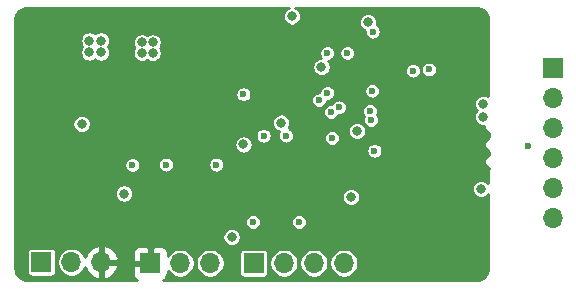
<source format=gbr>
%TF.GenerationSoftware,KiCad,Pcbnew,(5.1.9)-1*%
%TF.CreationDate,2021-05-08T20:51:41+01:00*%
%TF.ProjectId,TSDZ2-ESP32-Alt,5453445a-322d-4455-9350-33322d416c74,A*%
%TF.SameCoordinates,Original*%
%TF.FileFunction,Copper,L2,Inr*%
%TF.FilePolarity,Positive*%
%FSLAX46Y46*%
G04 Gerber Fmt 4.6, Leading zero omitted, Abs format (unit mm)*
G04 Created by KiCad (PCBNEW (5.1.9)-1) date 2021-05-08 20:51:41*
%MOMM*%
%LPD*%
G01*
G04 APERTURE LIST*
%TA.AperFunction,ComponentPad*%
%ADD10O,1.700000X1.700000*%
%TD*%
%TA.AperFunction,ComponentPad*%
%ADD11R,1.700000X1.700000*%
%TD*%
%TA.AperFunction,ViaPad*%
%ADD12C,0.800000*%
%TD*%
%TA.AperFunction,ViaPad*%
%ADD13C,0.600000*%
%TD*%
%TA.AperFunction,Conductor*%
%ADD14C,0.254000*%
%TD*%
%TA.AperFunction,Conductor*%
%ADD15C,0.100000*%
%TD*%
G04 APERTURE END LIST*
D10*
%TO.N,+3V3*%
%TO.C,J2*%
X175500000Y-106300000D03*
%TO.N,/~RST*%
X175500000Y-103760000D03*
%TO.N,/GPIO0*%
X175500000Y-101220000D03*
%TO.N,/RXD*%
X175500000Y-98680000D03*
%TO.N,/TXD*%
X175500000Y-96140000D03*
D11*
%TO.N,GND*%
X175500000Y-93600000D03*
%TD*%
D10*
%TO.N,GND*%
%TO.C,J4*%
X137280000Y-110000000D03*
%TO.N,+48V*%
X134740000Y-110000000D03*
D11*
%TO.N,/PSU_EN*%
X132200000Y-110000000D03*
%TD*%
D10*
%TO.N,/RXL*%
%TO.C,J3*%
X157800000Y-110100000D03*
%TO.N,/RXC*%
X155260000Y-110100000D03*
%TO.N,/TXL*%
X152720000Y-110100000D03*
D11*
%TO.N,/TXC*%
X150180000Y-110100000D03*
%TD*%
D10*
%TO.N,+3V3*%
%TO.C,U6*%
X146480000Y-110100000D03*
%TO.N,/DS18B20_DQ*%
X143940000Y-110100000D03*
D11*
%TO.N,GND*%
X141400000Y-110100000D03*
%TD*%
D12*
%TO.N,GND*%
X164920000Y-98300000D03*
X167000000Y-100400000D03*
X167000000Y-96200000D03*
X162800000Y-96200000D03*
X162800000Y-100400000D03*
X138600000Y-99500000D03*
X140200000Y-99500000D03*
X140800000Y-96400000D03*
X140800000Y-97600000D03*
X168200000Y-93800000D03*
X169400000Y-92100000D03*
X166300000Y-92100000D03*
X166400000Y-93100000D03*
X165400000Y-92800000D03*
X165100000Y-91800000D03*
X167800000Y-90300000D03*
X168800000Y-92900000D03*
X169300000Y-94100000D03*
X167800000Y-89100000D03*
X165100000Y-90900000D03*
X165100000Y-90000000D03*
X165100000Y-89100000D03*
X139000000Y-106300000D03*
X139000000Y-107200000D03*
X139000000Y-108100000D03*
X139900000Y-107800000D03*
X139900000Y-106900000D03*
X139900000Y-106000000D03*
X139300000Y-110000000D03*
X137400000Y-108400000D03*
X130500000Y-110700000D03*
X138700000Y-111000000D03*
X148300000Y-110900000D03*
X159600000Y-110900000D03*
X169200000Y-110700000D03*
X130600000Y-90300000D03*
X130600000Y-89400000D03*
X134600000Y-89100000D03*
X134600000Y-90400000D03*
X149350000Y-104450000D03*
X159900000Y-101500000D03*
X155750000Y-99299998D03*
X141100000Y-89700000D03*
X148000000Y-90400000D03*
X165000000Y-103800000D03*
X166600000Y-105300000D03*
X151900000Y-105300000D03*
X151600000Y-89000000D03*
X151600000Y-95200000D03*
X154000000Y-95300000D03*
X155100000Y-89200000D03*
X159700000Y-91400000D03*
X161400000Y-93600000D03*
X150600000Y-97700000D03*
X148700000Y-92600000D03*
X146300000Y-88900000D03*
X140000000Y-100700000D03*
X130900000Y-106650000D03*
X134250000Y-92750000D03*
X134250000Y-94500000D03*
X137000000Y-94500000D03*
X140000000Y-94500000D03*
X143500000Y-95250000D03*
X145500000Y-95000000D03*
X147750000Y-94000000D03*
X158400000Y-105800000D03*
X160600000Y-103500000D03*
X162300000Y-102900000D03*
X161100000Y-105600000D03*
X158500000Y-107400000D03*
X161300000Y-108800000D03*
X164200000Y-106500000D03*
X169600000Y-105200000D03*
X169300000Y-107700000D03*
X164300000Y-111000000D03*
X166300000Y-108900000D03*
X143100000Y-108400000D03*
X143700000Y-105700000D03*
X147000000Y-105400000D03*
X145600000Y-100200000D03*
X145700000Y-97400000D03*
X142800000Y-100300000D03*
X143300000Y-97900000D03*
X145300000Y-104600000D03*
X133400000Y-104400000D03*
X133800000Y-108400000D03*
X133700000Y-111200000D03*
X156400000Y-94600000D03*
X157500000Y-95600000D03*
X158900000Y-94800000D03*
X154100000Y-108200000D03*
X156500000Y-108700000D03*
X156500000Y-111200000D03*
X154000000Y-111200000D03*
X151700000Y-111300000D03*
X151600000Y-108600000D03*
X149800000Y-107800000D03*
X147000000Y-108600000D03*
X143100000Y-111300000D03*
X145200000Y-108400000D03*
X145200000Y-111200000D03*
X141500000Y-104300000D03*
%TO.N,+5V*%
X139200000Y-104200000D03*
X135600000Y-98300000D03*
X158400000Y-104500000D03*
%TO.N,+3V3*%
X140700000Y-92300000D03*
X140700000Y-91400000D03*
X141600000Y-92300000D03*
X141600000Y-91400000D03*
X149300000Y-100050006D03*
X169400044Y-103800000D03*
X169600000Y-97700000D03*
X169600000Y-96600000D03*
X152500000Y-98200000D03*
X158900000Y-98900000D03*
D13*
X164999992Y-93699992D03*
D12*
X153400000Y-89200000D03*
X155900000Y-93500000D03*
X159847503Y-89695005D03*
X148300000Y-107900000D03*
D13*
%TO.N,/SCL*%
X156700000Y-97300000D03*
X156400000Y-92300000D03*
X155700002Y-96300000D03*
%TO.N,/SDA*%
X158100000Y-92300000D03*
X157400000Y-96900000D03*
X156400000Y-95700000D03*
%TO.N,/DS18B20_DQ*%
X154000000Y-106600000D03*
X150099998Y-106600002D03*
%TO.N,/~RST*%
X173350000Y-100150000D03*
X163650000Y-93800000D03*
X147000000Y-101750000D03*
X160249995Y-90499995D03*
%TO.N,/GPIO0*%
X160393007Y-100567439D03*
%TO.N,/GPIO26*%
X152900000Y-99300000D03*
X160024994Y-97202234D03*
%TO.N,/GPIO27*%
X151000000Y-99300000D03*
X160100000Y-98000000D03*
%TO.N,/GPIO33*%
X156800000Y-99499998D03*
X160199143Y-95496990D03*
X149300000Y-95800000D03*
%TO.N,/~PSU_RST*%
X139900000Y-101800000D03*
X142750000Y-101750000D03*
D12*
%TO.N,Net-(JP2-Pad1)*%
X136250000Y-91250000D03*
X136250000Y-92250000D03*
X137250000Y-92250000D03*
X137250000Y-91250000D03*
%TD*%
D14*
%TO.N,GND*%
X153031952Y-88511431D02*
X152904691Y-88596464D01*
X152796464Y-88704691D01*
X152711431Y-88831952D01*
X152652859Y-88973357D01*
X152623000Y-89123472D01*
X152623000Y-89276528D01*
X152652859Y-89426643D01*
X152711431Y-89568048D01*
X152796464Y-89695309D01*
X152904691Y-89803536D01*
X153031952Y-89888569D01*
X153173357Y-89947141D01*
X153323472Y-89977000D01*
X153476528Y-89977000D01*
X153626643Y-89947141D01*
X153768048Y-89888569D01*
X153895309Y-89803536D01*
X154003536Y-89695309D01*
X154054873Y-89618477D01*
X159070503Y-89618477D01*
X159070503Y-89771533D01*
X159100362Y-89921648D01*
X159158934Y-90063053D01*
X159243967Y-90190314D01*
X159352194Y-90298541D01*
X159479455Y-90383574D01*
X159575016Y-90423157D01*
X159572995Y-90433316D01*
X159572995Y-90566674D01*
X159599011Y-90697469D01*
X159650045Y-90820675D01*
X159724135Y-90931558D01*
X159818432Y-91025855D01*
X159929315Y-91099945D01*
X160052521Y-91150979D01*
X160183316Y-91176995D01*
X160316674Y-91176995D01*
X160447469Y-91150979D01*
X160570675Y-91099945D01*
X160681558Y-91025855D01*
X160775855Y-90931558D01*
X160849945Y-90820675D01*
X160900979Y-90697469D01*
X160926995Y-90566674D01*
X160926995Y-90433316D01*
X160900979Y-90302521D01*
X160849945Y-90179315D01*
X160775855Y-90068432D01*
X160681558Y-89974135D01*
X160595625Y-89916716D01*
X160624503Y-89771533D01*
X160624503Y-89618477D01*
X160594644Y-89468362D01*
X160536072Y-89326957D01*
X160451039Y-89199696D01*
X160342812Y-89091469D01*
X160215551Y-89006436D01*
X160074146Y-88947864D01*
X159924031Y-88918005D01*
X159770975Y-88918005D01*
X159620860Y-88947864D01*
X159479455Y-89006436D01*
X159352194Y-89091469D01*
X159243967Y-89199696D01*
X159158934Y-89326957D01*
X159100362Y-89468362D01*
X159070503Y-89618477D01*
X154054873Y-89618477D01*
X154088569Y-89568048D01*
X154147141Y-89426643D01*
X154177000Y-89276528D01*
X154177000Y-89123472D01*
X154147141Y-88973357D01*
X154088569Y-88831952D01*
X154003536Y-88704691D01*
X153895309Y-88596464D01*
X153768048Y-88511431D01*
X153684924Y-88477000D01*
X168976666Y-88477000D01*
X169198261Y-88498727D01*
X169388961Y-88556303D01*
X169564855Y-88649828D01*
X169719227Y-88775731D01*
X169846208Y-88929224D01*
X169940957Y-89104459D01*
X169999865Y-89294758D01*
X170023001Y-89514888D01*
X170023000Y-95948149D01*
X169968048Y-95911431D01*
X169826643Y-95852859D01*
X169676528Y-95823000D01*
X169523472Y-95823000D01*
X169373357Y-95852859D01*
X169231952Y-95911431D01*
X169104691Y-95996464D01*
X168996464Y-96104691D01*
X168911431Y-96231952D01*
X168852859Y-96373357D01*
X168823000Y-96523472D01*
X168823000Y-96676528D01*
X168852859Y-96826643D01*
X168911431Y-96968048D01*
X168996464Y-97095309D01*
X169051155Y-97150000D01*
X168996464Y-97204691D01*
X168911431Y-97331952D01*
X168852859Y-97473357D01*
X168823000Y-97623472D01*
X168823000Y-97776528D01*
X168852859Y-97926643D01*
X168911431Y-98068048D01*
X168996464Y-98195309D01*
X169104691Y-98303536D01*
X169231952Y-98388569D01*
X169373357Y-98447141D01*
X169523472Y-98477000D01*
X169673000Y-98477000D01*
X169673000Y-98561754D01*
X169697095Y-98682889D01*
X169744360Y-98796996D01*
X169812977Y-98899689D01*
X169900311Y-98987023D01*
X170003004Y-99055640D01*
X170117111Y-99102905D01*
X170123000Y-99104076D01*
X170123000Y-99445924D01*
X170117111Y-99447095D01*
X170003004Y-99494360D01*
X169900311Y-99562977D01*
X169812977Y-99650311D01*
X169744360Y-99753004D01*
X169697095Y-99867111D01*
X169673000Y-99988246D01*
X169673000Y-100111754D01*
X169697095Y-100232889D01*
X169744360Y-100346996D01*
X169812977Y-100449689D01*
X169900311Y-100537023D01*
X170003004Y-100605640D01*
X170117111Y-100652905D01*
X170123000Y-100654076D01*
X170123000Y-100895924D01*
X170117111Y-100897095D01*
X170003004Y-100944360D01*
X169900311Y-101012977D01*
X169812977Y-101100311D01*
X169744360Y-101203004D01*
X169697095Y-101317111D01*
X169673000Y-101438246D01*
X169673000Y-101561754D01*
X169697095Y-101682889D01*
X169744360Y-101796996D01*
X169812977Y-101899689D01*
X169900311Y-101987023D01*
X170003004Y-102055640D01*
X170062609Y-102080329D01*
X170060499Y-102087319D01*
X170052098Y-102129746D01*
X170043112Y-102172019D01*
X170042416Y-102178643D01*
X170025276Y-102353454D01*
X170025276Y-102353470D01*
X170023000Y-102376578D01*
X170023000Y-103333755D01*
X170003580Y-103304691D01*
X169895353Y-103196464D01*
X169768092Y-103111431D01*
X169626687Y-103052859D01*
X169476572Y-103023000D01*
X169323516Y-103023000D01*
X169173401Y-103052859D01*
X169031996Y-103111431D01*
X168904735Y-103196464D01*
X168796508Y-103304691D01*
X168711475Y-103431952D01*
X168652903Y-103573357D01*
X168623044Y-103723472D01*
X168623044Y-103876528D01*
X168652903Y-104026643D01*
X168711475Y-104168048D01*
X168796508Y-104295309D01*
X168904735Y-104403536D01*
X169031996Y-104488569D01*
X169173401Y-104547141D01*
X169323516Y-104577000D01*
X169476572Y-104577000D01*
X169626687Y-104547141D01*
X169768092Y-104488569D01*
X169895353Y-104403536D01*
X170003580Y-104295309D01*
X170023000Y-104266245D01*
X170023001Y-110476656D01*
X170001273Y-110698261D01*
X169943696Y-110888963D01*
X169850172Y-111064855D01*
X169724269Y-111219227D01*
X169570776Y-111346208D01*
X169395541Y-111440957D01*
X169205242Y-111499865D01*
X168985122Y-111523000D01*
X142525053Y-111523000D01*
X142604494Y-111480537D01*
X142701185Y-111401185D01*
X142780537Y-111304494D01*
X142839502Y-111194180D01*
X142875812Y-111074482D01*
X142888072Y-110950000D01*
X142886888Y-110732447D01*
X142986927Y-110882167D01*
X143157833Y-111053073D01*
X143358798Y-111187353D01*
X143582097Y-111279847D01*
X143819151Y-111327000D01*
X144060849Y-111327000D01*
X144297903Y-111279847D01*
X144521202Y-111187353D01*
X144722167Y-111053073D01*
X144893073Y-110882167D01*
X145027353Y-110681202D01*
X145119847Y-110457903D01*
X145167000Y-110220849D01*
X145167000Y-109979151D01*
X145253000Y-109979151D01*
X145253000Y-110220849D01*
X145300153Y-110457903D01*
X145392647Y-110681202D01*
X145526927Y-110882167D01*
X145697833Y-111053073D01*
X145898798Y-111187353D01*
X146122097Y-111279847D01*
X146359151Y-111327000D01*
X146600849Y-111327000D01*
X146837903Y-111279847D01*
X147061202Y-111187353D01*
X147262167Y-111053073D01*
X147433073Y-110882167D01*
X147567353Y-110681202D01*
X147659847Y-110457903D01*
X147707000Y-110220849D01*
X147707000Y-109979151D01*
X147659847Y-109742097D01*
X147567353Y-109518798D01*
X147433073Y-109317833D01*
X147365240Y-109250000D01*
X148951176Y-109250000D01*
X148951176Y-110950000D01*
X148958455Y-111023905D01*
X148980012Y-111094970D01*
X149015019Y-111160463D01*
X149062131Y-111217869D01*
X149119537Y-111264981D01*
X149185030Y-111299988D01*
X149256095Y-111321545D01*
X149330000Y-111328824D01*
X151030000Y-111328824D01*
X151103905Y-111321545D01*
X151174970Y-111299988D01*
X151240463Y-111264981D01*
X151297869Y-111217869D01*
X151344981Y-111160463D01*
X151379988Y-111094970D01*
X151401545Y-111023905D01*
X151408824Y-110950000D01*
X151408824Y-109979151D01*
X151493000Y-109979151D01*
X151493000Y-110220849D01*
X151540153Y-110457903D01*
X151632647Y-110681202D01*
X151766927Y-110882167D01*
X151937833Y-111053073D01*
X152138798Y-111187353D01*
X152362097Y-111279847D01*
X152599151Y-111327000D01*
X152840849Y-111327000D01*
X153077903Y-111279847D01*
X153301202Y-111187353D01*
X153502167Y-111053073D01*
X153673073Y-110882167D01*
X153807353Y-110681202D01*
X153899847Y-110457903D01*
X153947000Y-110220849D01*
X153947000Y-109979151D01*
X154033000Y-109979151D01*
X154033000Y-110220849D01*
X154080153Y-110457903D01*
X154172647Y-110681202D01*
X154306927Y-110882167D01*
X154477833Y-111053073D01*
X154678798Y-111187353D01*
X154902097Y-111279847D01*
X155139151Y-111327000D01*
X155380849Y-111327000D01*
X155617903Y-111279847D01*
X155841202Y-111187353D01*
X156042167Y-111053073D01*
X156213073Y-110882167D01*
X156347353Y-110681202D01*
X156439847Y-110457903D01*
X156487000Y-110220849D01*
X156487000Y-109979151D01*
X156573000Y-109979151D01*
X156573000Y-110220849D01*
X156620153Y-110457903D01*
X156712647Y-110681202D01*
X156846927Y-110882167D01*
X157017833Y-111053073D01*
X157218798Y-111187353D01*
X157442097Y-111279847D01*
X157679151Y-111327000D01*
X157920849Y-111327000D01*
X158157903Y-111279847D01*
X158381202Y-111187353D01*
X158582167Y-111053073D01*
X158753073Y-110882167D01*
X158887353Y-110681202D01*
X158979847Y-110457903D01*
X159027000Y-110220849D01*
X159027000Y-109979151D01*
X158979847Y-109742097D01*
X158887353Y-109518798D01*
X158753073Y-109317833D01*
X158582167Y-109146927D01*
X158381202Y-109012647D01*
X158157903Y-108920153D01*
X157920849Y-108873000D01*
X157679151Y-108873000D01*
X157442097Y-108920153D01*
X157218798Y-109012647D01*
X157017833Y-109146927D01*
X156846927Y-109317833D01*
X156712647Y-109518798D01*
X156620153Y-109742097D01*
X156573000Y-109979151D01*
X156487000Y-109979151D01*
X156439847Y-109742097D01*
X156347353Y-109518798D01*
X156213073Y-109317833D01*
X156042167Y-109146927D01*
X155841202Y-109012647D01*
X155617903Y-108920153D01*
X155380849Y-108873000D01*
X155139151Y-108873000D01*
X154902097Y-108920153D01*
X154678798Y-109012647D01*
X154477833Y-109146927D01*
X154306927Y-109317833D01*
X154172647Y-109518798D01*
X154080153Y-109742097D01*
X154033000Y-109979151D01*
X153947000Y-109979151D01*
X153899847Y-109742097D01*
X153807353Y-109518798D01*
X153673073Y-109317833D01*
X153502167Y-109146927D01*
X153301202Y-109012647D01*
X153077903Y-108920153D01*
X152840849Y-108873000D01*
X152599151Y-108873000D01*
X152362097Y-108920153D01*
X152138798Y-109012647D01*
X151937833Y-109146927D01*
X151766927Y-109317833D01*
X151632647Y-109518798D01*
X151540153Y-109742097D01*
X151493000Y-109979151D01*
X151408824Y-109979151D01*
X151408824Y-109250000D01*
X151401545Y-109176095D01*
X151379988Y-109105030D01*
X151344981Y-109039537D01*
X151297869Y-108982131D01*
X151240463Y-108935019D01*
X151174970Y-108900012D01*
X151103905Y-108878455D01*
X151030000Y-108871176D01*
X149330000Y-108871176D01*
X149256095Y-108878455D01*
X149185030Y-108900012D01*
X149119537Y-108935019D01*
X149062131Y-108982131D01*
X149015019Y-109039537D01*
X148980012Y-109105030D01*
X148958455Y-109176095D01*
X148951176Y-109250000D01*
X147365240Y-109250000D01*
X147262167Y-109146927D01*
X147061202Y-109012647D01*
X146837903Y-108920153D01*
X146600849Y-108873000D01*
X146359151Y-108873000D01*
X146122097Y-108920153D01*
X145898798Y-109012647D01*
X145697833Y-109146927D01*
X145526927Y-109317833D01*
X145392647Y-109518798D01*
X145300153Y-109742097D01*
X145253000Y-109979151D01*
X145167000Y-109979151D01*
X145119847Y-109742097D01*
X145027353Y-109518798D01*
X144893073Y-109317833D01*
X144722167Y-109146927D01*
X144521202Y-109012647D01*
X144297903Y-108920153D01*
X144060849Y-108873000D01*
X143819151Y-108873000D01*
X143582097Y-108920153D01*
X143358798Y-109012647D01*
X143157833Y-109146927D01*
X142986927Y-109317833D01*
X142886888Y-109467553D01*
X142888072Y-109250000D01*
X142875812Y-109125518D01*
X142839502Y-109005820D01*
X142780537Y-108895506D01*
X142701185Y-108798815D01*
X142604494Y-108719463D01*
X142494180Y-108660498D01*
X142374482Y-108624188D01*
X142250000Y-108611928D01*
X141685750Y-108615000D01*
X141527000Y-108773750D01*
X141527000Y-109973000D01*
X141547000Y-109973000D01*
X141547000Y-110227000D01*
X141527000Y-110227000D01*
X141527000Y-110247000D01*
X141273000Y-110247000D01*
X141273000Y-110227000D01*
X140073750Y-110227000D01*
X139915000Y-110385750D01*
X139911928Y-110950000D01*
X139924188Y-111074482D01*
X139960498Y-111194180D01*
X140019463Y-111304494D01*
X140098815Y-111401185D01*
X140195506Y-111480537D01*
X140274947Y-111523000D01*
X131023333Y-111523000D01*
X130801739Y-111501273D01*
X130611037Y-111443696D01*
X130435145Y-111350172D01*
X130280773Y-111224269D01*
X130153792Y-111070776D01*
X130059043Y-110895541D01*
X130000135Y-110705242D01*
X129977000Y-110485122D01*
X129977000Y-109150000D01*
X130971176Y-109150000D01*
X130971176Y-110850000D01*
X130978455Y-110923905D01*
X131000012Y-110994970D01*
X131035019Y-111060463D01*
X131082131Y-111117869D01*
X131139537Y-111164981D01*
X131205030Y-111199988D01*
X131276095Y-111221545D01*
X131350000Y-111228824D01*
X133050000Y-111228824D01*
X133123905Y-111221545D01*
X133194970Y-111199988D01*
X133260463Y-111164981D01*
X133317869Y-111117869D01*
X133364981Y-111060463D01*
X133399988Y-110994970D01*
X133421545Y-110923905D01*
X133428824Y-110850000D01*
X133428824Y-109879151D01*
X133513000Y-109879151D01*
X133513000Y-110120849D01*
X133560153Y-110357903D01*
X133652647Y-110581202D01*
X133786927Y-110782167D01*
X133957833Y-110953073D01*
X134158798Y-111087353D01*
X134382097Y-111179847D01*
X134619151Y-111227000D01*
X134860849Y-111227000D01*
X135097903Y-111179847D01*
X135321202Y-111087353D01*
X135522167Y-110953073D01*
X135693073Y-110782167D01*
X135827353Y-110581202D01*
X135876231Y-110463202D01*
X135935843Y-110631252D01*
X136084822Y-110881355D01*
X136279731Y-111097588D01*
X136513080Y-111271641D01*
X136775901Y-111396825D01*
X136923110Y-111441476D01*
X137153000Y-111320155D01*
X137153000Y-110127000D01*
X137407000Y-110127000D01*
X137407000Y-111320155D01*
X137636890Y-111441476D01*
X137784099Y-111396825D01*
X138046920Y-111271641D01*
X138280269Y-111097588D01*
X138475178Y-110881355D01*
X138624157Y-110631252D01*
X138721481Y-110356891D01*
X138600814Y-110127000D01*
X137407000Y-110127000D01*
X137153000Y-110127000D01*
X137133000Y-110127000D01*
X137133000Y-109873000D01*
X137153000Y-109873000D01*
X137153000Y-108679845D01*
X137407000Y-108679845D01*
X137407000Y-109873000D01*
X138600814Y-109873000D01*
X138721481Y-109643109D01*
X138624157Y-109368748D01*
X138553423Y-109250000D01*
X139911928Y-109250000D01*
X139915000Y-109814250D01*
X140073750Y-109973000D01*
X141273000Y-109973000D01*
X141273000Y-108773750D01*
X141114250Y-108615000D01*
X140550000Y-108611928D01*
X140425518Y-108624188D01*
X140305820Y-108660498D01*
X140195506Y-108719463D01*
X140098815Y-108798815D01*
X140019463Y-108895506D01*
X139960498Y-109005820D01*
X139924188Y-109125518D01*
X139911928Y-109250000D01*
X138553423Y-109250000D01*
X138475178Y-109118645D01*
X138280269Y-108902412D01*
X138046920Y-108728359D01*
X137784099Y-108603175D01*
X137636890Y-108558524D01*
X137407000Y-108679845D01*
X137153000Y-108679845D01*
X136923110Y-108558524D01*
X136775901Y-108603175D01*
X136513080Y-108728359D01*
X136279731Y-108902412D01*
X136084822Y-109118645D01*
X135935843Y-109368748D01*
X135876231Y-109536798D01*
X135827353Y-109418798D01*
X135693073Y-109217833D01*
X135522167Y-109046927D01*
X135321202Y-108912647D01*
X135097903Y-108820153D01*
X134860849Y-108773000D01*
X134619151Y-108773000D01*
X134382097Y-108820153D01*
X134158798Y-108912647D01*
X133957833Y-109046927D01*
X133786927Y-109217833D01*
X133652647Y-109418798D01*
X133560153Y-109642097D01*
X133513000Y-109879151D01*
X133428824Y-109879151D01*
X133428824Y-109150000D01*
X133421545Y-109076095D01*
X133399988Y-109005030D01*
X133364981Y-108939537D01*
X133317869Y-108882131D01*
X133260463Y-108835019D01*
X133194970Y-108800012D01*
X133123905Y-108778455D01*
X133050000Y-108771176D01*
X131350000Y-108771176D01*
X131276095Y-108778455D01*
X131205030Y-108800012D01*
X131139537Y-108835019D01*
X131082131Y-108882131D01*
X131035019Y-108939537D01*
X131000012Y-109005030D01*
X130978455Y-109076095D01*
X130971176Y-109150000D01*
X129977000Y-109150000D01*
X129977000Y-107823472D01*
X147523000Y-107823472D01*
X147523000Y-107976528D01*
X147552859Y-108126643D01*
X147611431Y-108268048D01*
X147696464Y-108395309D01*
X147804691Y-108503536D01*
X147931952Y-108588569D01*
X148073357Y-108647141D01*
X148223472Y-108677000D01*
X148376528Y-108677000D01*
X148526643Y-108647141D01*
X148668048Y-108588569D01*
X148795309Y-108503536D01*
X148903536Y-108395309D01*
X148988569Y-108268048D01*
X149047141Y-108126643D01*
X149077000Y-107976528D01*
X149077000Y-107823472D01*
X149047141Y-107673357D01*
X148988569Y-107531952D01*
X148903536Y-107404691D01*
X148795309Y-107296464D01*
X148668048Y-107211431D01*
X148526643Y-107152859D01*
X148376528Y-107123000D01*
X148223472Y-107123000D01*
X148073357Y-107152859D01*
X147931952Y-107211431D01*
X147804691Y-107296464D01*
X147696464Y-107404691D01*
X147611431Y-107531952D01*
X147552859Y-107673357D01*
X147523000Y-107823472D01*
X129977000Y-107823472D01*
X129977000Y-106533323D01*
X149422998Y-106533323D01*
X149422998Y-106666681D01*
X149449014Y-106797476D01*
X149500048Y-106920682D01*
X149574138Y-107031565D01*
X149668435Y-107125862D01*
X149779318Y-107199952D01*
X149902524Y-107250986D01*
X150033319Y-107277002D01*
X150166677Y-107277002D01*
X150297472Y-107250986D01*
X150420678Y-107199952D01*
X150531561Y-107125862D01*
X150625858Y-107031565D01*
X150699948Y-106920682D01*
X150750982Y-106797476D01*
X150776998Y-106666681D01*
X150776998Y-106533323D01*
X150776998Y-106533321D01*
X153323000Y-106533321D01*
X153323000Y-106666679D01*
X153349016Y-106797474D01*
X153400050Y-106920680D01*
X153474140Y-107031563D01*
X153568437Y-107125860D01*
X153679320Y-107199950D01*
X153802526Y-107250984D01*
X153933321Y-107277000D01*
X154066679Y-107277000D01*
X154197474Y-107250984D01*
X154320680Y-107199950D01*
X154431563Y-107125860D01*
X154525860Y-107031563D01*
X154599950Y-106920680D01*
X154650984Y-106797474D01*
X154677000Y-106666679D01*
X154677000Y-106533321D01*
X154650984Y-106402526D01*
X154599950Y-106279320D01*
X154525860Y-106168437D01*
X154431563Y-106074140D01*
X154320680Y-106000050D01*
X154197474Y-105949016D01*
X154066679Y-105923000D01*
X153933321Y-105923000D01*
X153802526Y-105949016D01*
X153679320Y-106000050D01*
X153568437Y-106074140D01*
X153474140Y-106168437D01*
X153400050Y-106279320D01*
X153349016Y-106402526D01*
X153323000Y-106533321D01*
X150776998Y-106533321D01*
X150750982Y-106402528D01*
X150699948Y-106279322D01*
X150625858Y-106168439D01*
X150531561Y-106074142D01*
X150420678Y-106000052D01*
X150297472Y-105949018D01*
X150166677Y-105923002D01*
X150033319Y-105923002D01*
X149902524Y-105949018D01*
X149779318Y-106000052D01*
X149668435Y-106074142D01*
X149574138Y-106168439D01*
X149500048Y-106279322D01*
X149449014Y-106402528D01*
X149422998Y-106533323D01*
X129977000Y-106533323D01*
X129977000Y-104123472D01*
X138423000Y-104123472D01*
X138423000Y-104276528D01*
X138452859Y-104426643D01*
X138511431Y-104568048D01*
X138596464Y-104695309D01*
X138704691Y-104803536D01*
X138831952Y-104888569D01*
X138973357Y-104947141D01*
X139123472Y-104977000D01*
X139276528Y-104977000D01*
X139426643Y-104947141D01*
X139568048Y-104888569D01*
X139695309Y-104803536D01*
X139803536Y-104695309D01*
X139888569Y-104568048D01*
X139947141Y-104426643D01*
X139947771Y-104423472D01*
X157623000Y-104423472D01*
X157623000Y-104576528D01*
X157652859Y-104726643D01*
X157711431Y-104868048D01*
X157796464Y-104995309D01*
X157904691Y-105103536D01*
X158031952Y-105188569D01*
X158173357Y-105247141D01*
X158323472Y-105277000D01*
X158476528Y-105277000D01*
X158626643Y-105247141D01*
X158768048Y-105188569D01*
X158895309Y-105103536D01*
X159003536Y-104995309D01*
X159088569Y-104868048D01*
X159147141Y-104726643D01*
X159177000Y-104576528D01*
X159177000Y-104423472D01*
X159147141Y-104273357D01*
X159088569Y-104131952D01*
X159003536Y-104004691D01*
X158895309Y-103896464D01*
X158768048Y-103811431D01*
X158626643Y-103752859D01*
X158476528Y-103723000D01*
X158323472Y-103723000D01*
X158173357Y-103752859D01*
X158031952Y-103811431D01*
X157904691Y-103896464D01*
X157796464Y-104004691D01*
X157711431Y-104131952D01*
X157652859Y-104273357D01*
X157623000Y-104423472D01*
X139947771Y-104423472D01*
X139977000Y-104276528D01*
X139977000Y-104123472D01*
X139947141Y-103973357D01*
X139888569Y-103831952D01*
X139803536Y-103704691D01*
X139695309Y-103596464D01*
X139568048Y-103511431D01*
X139426643Y-103452859D01*
X139276528Y-103423000D01*
X139123472Y-103423000D01*
X138973357Y-103452859D01*
X138831952Y-103511431D01*
X138704691Y-103596464D01*
X138596464Y-103704691D01*
X138511431Y-103831952D01*
X138452859Y-103973357D01*
X138423000Y-104123472D01*
X129977000Y-104123472D01*
X129977000Y-101733321D01*
X139223000Y-101733321D01*
X139223000Y-101866679D01*
X139249016Y-101997474D01*
X139300050Y-102120680D01*
X139374140Y-102231563D01*
X139468437Y-102325860D01*
X139579320Y-102399950D01*
X139702526Y-102450984D01*
X139833321Y-102477000D01*
X139966679Y-102477000D01*
X140097474Y-102450984D01*
X140220680Y-102399950D01*
X140331563Y-102325860D01*
X140425860Y-102231563D01*
X140499950Y-102120680D01*
X140550984Y-101997474D01*
X140577000Y-101866679D01*
X140577000Y-101733321D01*
X140567055Y-101683321D01*
X142073000Y-101683321D01*
X142073000Y-101816679D01*
X142099016Y-101947474D01*
X142150050Y-102070680D01*
X142224140Y-102181563D01*
X142318437Y-102275860D01*
X142429320Y-102349950D01*
X142552526Y-102400984D01*
X142683321Y-102427000D01*
X142816679Y-102427000D01*
X142947474Y-102400984D01*
X143070680Y-102349950D01*
X143181563Y-102275860D01*
X143275860Y-102181563D01*
X143349950Y-102070680D01*
X143400984Y-101947474D01*
X143427000Y-101816679D01*
X143427000Y-101683321D01*
X146323000Y-101683321D01*
X146323000Y-101816679D01*
X146349016Y-101947474D01*
X146400050Y-102070680D01*
X146474140Y-102181563D01*
X146568437Y-102275860D01*
X146679320Y-102349950D01*
X146802526Y-102400984D01*
X146933321Y-102427000D01*
X147066679Y-102427000D01*
X147197474Y-102400984D01*
X147320680Y-102349950D01*
X147431563Y-102275860D01*
X147525860Y-102181563D01*
X147599950Y-102070680D01*
X147650984Y-101947474D01*
X147677000Y-101816679D01*
X147677000Y-101683321D01*
X147650984Y-101552526D01*
X147599950Y-101429320D01*
X147525860Y-101318437D01*
X147431563Y-101224140D01*
X147320680Y-101150050D01*
X147197474Y-101099016D01*
X147066679Y-101073000D01*
X146933321Y-101073000D01*
X146802526Y-101099016D01*
X146679320Y-101150050D01*
X146568437Y-101224140D01*
X146474140Y-101318437D01*
X146400050Y-101429320D01*
X146349016Y-101552526D01*
X146323000Y-101683321D01*
X143427000Y-101683321D01*
X143400984Y-101552526D01*
X143349950Y-101429320D01*
X143275860Y-101318437D01*
X143181563Y-101224140D01*
X143070680Y-101150050D01*
X142947474Y-101099016D01*
X142816679Y-101073000D01*
X142683321Y-101073000D01*
X142552526Y-101099016D01*
X142429320Y-101150050D01*
X142318437Y-101224140D01*
X142224140Y-101318437D01*
X142150050Y-101429320D01*
X142099016Y-101552526D01*
X142073000Y-101683321D01*
X140567055Y-101683321D01*
X140550984Y-101602526D01*
X140499950Y-101479320D01*
X140425860Y-101368437D01*
X140331563Y-101274140D01*
X140220680Y-101200050D01*
X140097474Y-101149016D01*
X139966679Y-101123000D01*
X139833321Y-101123000D01*
X139702526Y-101149016D01*
X139579320Y-101200050D01*
X139468437Y-101274140D01*
X139374140Y-101368437D01*
X139300050Y-101479320D01*
X139249016Y-101602526D01*
X139223000Y-101733321D01*
X129977000Y-101733321D01*
X129977000Y-99973478D01*
X148523000Y-99973478D01*
X148523000Y-100126534D01*
X148552859Y-100276649D01*
X148611431Y-100418054D01*
X148696464Y-100545315D01*
X148804691Y-100653542D01*
X148931952Y-100738575D01*
X149073357Y-100797147D01*
X149223472Y-100827006D01*
X149376528Y-100827006D01*
X149526643Y-100797147D01*
X149668048Y-100738575D01*
X149795309Y-100653542D01*
X149903536Y-100545315D01*
X149933306Y-100500760D01*
X159716007Y-100500760D01*
X159716007Y-100634118D01*
X159742023Y-100764913D01*
X159793057Y-100888119D01*
X159867147Y-100999002D01*
X159961444Y-101093299D01*
X160072327Y-101167389D01*
X160195533Y-101218423D01*
X160326328Y-101244439D01*
X160459686Y-101244439D01*
X160590481Y-101218423D01*
X160713687Y-101167389D01*
X160824570Y-101093299D01*
X160918867Y-100999002D01*
X160992957Y-100888119D01*
X161043991Y-100764913D01*
X161070007Y-100634118D01*
X161070007Y-100500760D01*
X161043991Y-100369965D01*
X160992957Y-100246759D01*
X160918867Y-100135876D01*
X160824570Y-100041579D01*
X160713687Y-99967489D01*
X160590481Y-99916455D01*
X160459686Y-99890439D01*
X160326328Y-99890439D01*
X160195533Y-99916455D01*
X160072327Y-99967489D01*
X159961444Y-100041579D01*
X159867147Y-100135876D01*
X159793057Y-100246759D01*
X159742023Y-100369965D01*
X159716007Y-100500760D01*
X149933306Y-100500760D01*
X149988569Y-100418054D01*
X150047141Y-100276649D01*
X150077000Y-100126534D01*
X150077000Y-99973478D01*
X150047141Y-99823363D01*
X149988569Y-99681958D01*
X149903536Y-99554697D01*
X149795309Y-99446470D01*
X149668048Y-99361437D01*
X149526643Y-99302865D01*
X149376528Y-99273006D01*
X149223472Y-99273006D01*
X149073357Y-99302865D01*
X148931952Y-99361437D01*
X148804691Y-99446470D01*
X148696464Y-99554697D01*
X148611431Y-99681958D01*
X148552859Y-99823363D01*
X148523000Y-99973478D01*
X129977000Y-99973478D01*
X129977000Y-99233321D01*
X150323000Y-99233321D01*
X150323000Y-99366679D01*
X150349016Y-99497474D01*
X150400050Y-99620680D01*
X150474140Y-99731563D01*
X150568437Y-99825860D01*
X150679320Y-99899950D01*
X150802526Y-99950984D01*
X150933321Y-99977000D01*
X151066679Y-99977000D01*
X151197474Y-99950984D01*
X151320680Y-99899950D01*
X151431563Y-99825860D01*
X151525860Y-99731563D01*
X151599950Y-99620680D01*
X151650984Y-99497474D01*
X151677000Y-99366679D01*
X151677000Y-99233321D01*
X151650984Y-99102526D01*
X151599950Y-98979320D01*
X151525860Y-98868437D01*
X151431563Y-98774140D01*
X151320680Y-98700050D01*
X151197474Y-98649016D01*
X151066679Y-98623000D01*
X150933321Y-98623000D01*
X150802526Y-98649016D01*
X150679320Y-98700050D01*
X150568437Y-98774140D01*
X150474140Y-98868437D01*
X150400050Y-98979320D01*
X150349016Y-99102526D01*
X150323000Y-99233321D01*
X129977000Y-99233321D01*
X129977000Y-98223472D01*
X134823000Y-98223472D01*
X134823000Y-98376528D01*
X134852859Y-98526643D01*
X134911431Y-98668048D01*
X134996464Y-98795309D01*
X135104691Y-98903536D01*
X135231952Y-98988569D01*
X135373357Y-99047141D01*
X135523472Y-99077000D01*
X135676528Y-99077000D01*
X135826643Y-99047141D01*
X135968048Y-98988569D01*
X136095309Y-98903536D01*
X136203536Y-98795309D01*
X136288569Y-98668048D01*
X136347141Y-98526643D01*
X136377000Y-98376528D01*
X136377000Y-98223472D01*
X136357110Y-98123472D01*
X151723000Y-98123472D01*
X151723000Y-98276528D01*
X151752859Y-98426643D01*
X151811431Y-98568048D01*
X151896464Y-98695309D01*
X152004691Y-98803536D01*
X152131952Y-98888569D01*
X152273357Y-98947141D01*
X152315898Y-98955603D01*
X152300050Y-98979320D01*
X152249016Y-99102526D01*
X152223000Y-99233321D01*
X152223000Y-99366679D01*
X152249016Y-99497474D01*
X152300050Y-99620680D01*
X152374140Y-99731563D01*
X152468437Y-99825860D01*
X152579320Y-99899950D01*
X152702526Y-99950984D01*
X152833321Y-99977000D01*
X152966679Y-99977000D01*
X153097474Y-99950984D01*
X153220680Y-99899950D01*
X153331563Y-99825860D01*
X153425860Y-99731563D01*
X153499950Y-99620680D01*
X153550984Y-99497474D01*
X153563744Y-99433319D01*
X156123000Y-99433319D01*
X156123000Y-99566677D01*
X156149016Y-99697472D01*
X156200050Y-99820678D01*
X156274140Y-99931561D01*
X156368437Y-100025858D01*
X156479320Y-100099948D01*
X156602526Y-100150982D01*
X156733321Y-100176998D01*
X156866679Y-100176998D01*
X156997474Y-100150982D01*
X157120680Y-100099948D01*
X157231563Y-100025858D01*
X157325860Y-99931561D01*
X157399950Y-99820678D01*
X157450984Y-99697472D01*
X157477000Y-99566677D01*
X157477000Y-99433319D01*
X157450984Y-99302524D01*
X157399950Y-99179318D01*
X157325860Y-99068435D01*
X157231563Y-98974138D01*
X157120680Y-98900048D01*
X156997474Y-98849014D01*
X156869063Y-98823472D01*
X158123000Y-98823472D01*
X158123000Y-98976528D01*
X158152859Y-99126643D01*
X158211431Y-99268048D01*
X158296464Y-99395309D01*
X158404691Y-99503536D01*
X158531952Y-99588569D01*
X158673357Y-99647141D01*
X158823472Y-99677000D01*
X158976528Y-99677000D01*
X159126643Y-99647141D01*
X159268048Y-99588569D01*
X159395309Y-99503536D01*
X159503536Y-99395309D01*
X159588569Y-99268048D01*
X159647141Y-99126643D01*
X159677000Y-98976528D01*
X159677000Y-98823472D01*
X159647141Y-98673357D01*
X159588569Y-98531952D01*
X159503536Y-98404691D01*
X159395309Y-98296464D01*
X159268048Y-98211431D01*
X159126643Y-98152859D01*
X158976528Y-98123000D01*
X158823472Y-98123000D01*
X158673357Y-98152859D01*
X158531952Y-98211431D01*
X158404691Y-98296464D01*
X158296464Y-98404691D01*
X158211431Y-98531952D01*
X158152859Y-98673357D01*
X158123000Y-98823472D01*
X156869063Y-98823472D01*
X156866679Y-98822998D01*
X156733321Y-98822998D01*
X156602526Y-98849014D01*
X156479320Y-98900048D01*
X156368437Y-98974138D01*
X156274140Y-99068435D01*
X156200050Y-99179318D01*
X156149016Y-99302524D01*
X156123000Y-99433319D01*
X153563744Y-99433319D01*
X153577000Y-99366679D01*
X153577000Y-99233321D01*
X153550984Y-99102526D01*
X153499950Y-98979320D01*
X153425860Y-98868437D01*
X153331563Y-98774140D01*
X153220680Y-98700050D01*
X153126449Y-98661018D01*
X153188569Y-98568048D01*
X153247141Y-98426643D01*
X153277000Y-98276528D01*
X153277000Y-98123472D01*
X153247141Y-97973357D01*
X153188569Y-97831952D01*
X153103536Y-97704691D01*
X152995309Y-97596464D01*
X152868048Y-97511431D01*
X152726643Y-97452859D01*
X152576528Y-97423000D01*
X152423472Y-97423000D01*
X152273357Y-97452859D01*
X152131952Y-97511431D01*
X152004691Y-97596464D01*
X151896464Y-97704691D01*
X151811431Y-97831952D01*
X151752859Y-97973357D01*
X151723000Y-98123472D01*
X136357110Y-98123472D01*
X136347141Y-98073357D01*
X136288569Y-97931952D01*
X136203536Y-97804691D01*
X136095309Y-97696464D01*
X135968048Y-97611431D01*
X135826643Y-97552859D01*
X135676528Y-97523000D01*
X135523472Y-97523000D01*
X135373357Y-97552859D01*
X135231952Y-97611431D01*
X135104691Y-97696464D01*
X134996464Y-97804691D01*
X134911431Y-97931952D01*
X134852859Y-98073357D01*
X134823000Y-98223472D01*
X129977000Y-98223472D01*
X129977000Y-97233321D01*
X156023000Y-97233321D01*
X156023000Y-97366679D01*
X156049016Y-97497474D01*
X156100050Y-97620680D01*
X156174140Y-97731563D01*
X156268437Y-97825860D01*
X156379320Y-97899950D01*
X156502526Y-97950984D01*
X156633321Y-97977000D01*
X156766679Y-97977000D01*
X156897474Y-97950984D01*
X157020680Y-97899950D01*
X157131563Y-97825860D01*
X157225860Y-97731563D01*
X157299950Y-97620680D01*
X157319206Y-97574192D01*
X157333321Y-97577000D01*
X157466679Y-97577000D01*
X157597474Y-97550984D01*
X157720680Y-97499950D01*
X157831563Y-97425860D01*
X157925860Y-97331563D01*
X157999950Y-97220680D01*
X158035210Y-97135555D01*
X159347994Y-97135555D01*
X159347994Y-97268913D01*
X159374010Y-97399708D01*
X159425044Y-97522914D01*
X159499134Y-97633797D01*
X159517917Y-97652580D01*
X159500050Y-97679320D01*
X159449016Y-97802526D01*
X159423000Y-97933321D01*
X159423000Y-98066679D01*
X159449016Y-98197474D01*
X159500050Y-98320680D01*
X159574140Y-98431563D01*
X159668437Y-98525860D01*
X159779320Y-98599950D01*
X159902526Y-98650984D01*
X160033321Y-98677000D01*
X160166679Y-98677000D01*
X160297474Y-98650984D01*
X160420680Y-98599950D01*
X160531563Y-98525860D01*
X160625860Y-98431563D01*
X160699950Y-98320680D01*
X160750984Y-98197474D01*
X160777000Y-98066679D01*
X160777000Y-97933321D01*
X160750984Y-97802526D01*
X160699950Y-97679320D01*
X160625860Y-97568437D01*
X160607077Y-97549654D01*
X160624944Y-97522914D01*
X160675978Y-97399708D01*
X160701994Y-97268913D01*
X160701994Y-97135555D01*
X160675978Y-97004760D01*
X160624944Y-96881554D01*
X160550854Y-96770671D01*
X160456557Y-96676374D01*
X160345674Y-96602284D01*
X160222468Y-96551250D01*
X160091673Y-96525234D01*
X159958315Y-96525234D01*
X159827520Y-96551250D01*
X159704314Y-96602284D01*
X159593431Y-96676374D01*
X159499134Y-96770671D01*
X159425044Y-96881554D01*
X159374010Y-97004760D01*
X159347994Y-97135555D01*
X158035210Y-97135555D01*
X158050984Y-97097474D01*
X158077000Y-96966679D01*
X158077000Y-96833321D01*
X158050984Y-96702526D01*
X157999950Y-96579320D01*
X157925860Y-96468437D01*
X157831563Y-96374140D01*
X157720680Y-96300050D01*
X157597474Y-96249016D01*
X157466679Y-96223000D01*
X157333321Y-96223000D01*
X157202526Y-96249016D01*
X157079320Y-96300050D01*
X156968437Y-96374140D01*
X156874140Y-96468437D01*
X156800050Y-96579320D01*
X156780794Y-96625808D01*
X156766679Y-96623000D01*
X156633321Y-96623000D01*
X156502526Y-96649016D01*
X156379320Y-96700050D01*
X156268437Y-96774140D01*
X156174140Y-96868437D01*
X156100050Y-96979320D01*
X156049016Y-97102526D01*
X156023000Y-97233321D01*
X129977000Y-97233321D01*
X129977000Y-95733321D01*
X148623000Y-95733321D01*
X148623000Y-95866679D01*
X148649016Y-95997474D01*
X148700050Y-96120680D01*
X148774140Y-96231563D01*
X148868437Y-96325860D01*
X148979320Y-96399950D01*
X149102526Y-96450984D01*
X149233321Y-96477000D01*
X149366679Y-96477000D01*
X149497474Y-96450984D01*
X149620680Y-96399950D01*
X149731563Y-96325860D01*
X149824102Y-96233321D01*
X155023002Y-96233321D01*
X155023002Y-96366679D01*
X155049018Y-96497474D01*
X155100052Y-96620680D01*
X155174142Y-96731563D01*
X155268439Y-96825860D01*
X155379322Y-96899950D01*
X155502528Y-96950984D01*
X155633323Y-96977000D01*
X155766681Y-96977000D01*
X155897476Y-96950984D01*
X156020682Y-96899950D01*
X156131565Y-96825860D01*
X156225862Y-96731563D01*
X156299952Y-96620680D01*
X156350986Y-96497474D01*
X156374949Y-96377000D01*
X156466679Y-96377000D01*
X156597474Y-96350984D01*
X156720680Y-96299950D01*
X156831563Y-96225860D01*
X156925860Y-96131563D01*
X156999950Y-96020680D01*
X157050984Y-95897474D01*
X157077000Y-95766679D01*
X157077000Y-95633321D01*
X157050984Y-95502526D01*
X157021072Y-95430311D01*
X159522143Y-95430311D01*
X159522143Y-95563669D01*
X159548159Y-95694464D01*
X159599193Y-95817670D01*
X159673283Y-95928553D01*
X159767580Y-96022850D01*
X159878463Y-96096940D01*
X160001669Y-96147974D01*
X160132464Y-96173990D01*
X160265822Y-96173990D01*
X160396617Y-96147974D01*
X160519823Y-96096940D01*
X160630706Y-96022850D01*
X160725003Y-95928553D01*
X160799093Y-95817670D01*
X160850127Y-95694464D01*
X160876143Y-95563669D01*
X160876143Y-95430311D01*
X160850127Y-95299516D01*
X160799093Y-95176310D01*
X160725003Y-95065427D01*
X160630706Y-94971130D01*
X160519823Y-94897040D01*
X160396617Y-94846006D01*
X160265822Y-94819990D01*
X160132464Y-94819990D01*
X160001669Y-94846006D01*
X159878463Y-94897040D01*
X159767580Y-94971130D01*
X159673283Y-95065427D01*
X159599193Y-95176310D01*
X159548159Y-95299516D01*
X159522143Y-95430311D01*
X157021072Y-95430311D01*
X156999950Y-95379320D01*
X156925860Y-95268437D01*
X156831563Y-95174140D01*
X156720680Y-95100050D01*
X156597474Y-95049016D01*
X156466679Y-95023000D01*
X156333321Y-95023000D01*
X156202526Y-95049016D01*
X156079320Y-95100050D01*
X155968437Y-95174140D01*
X155874140Y-95268437D01*
X155800050Y-95379320D01*
X155749016Y-95502526D01*
X155725053Y-95623000D01*
X155633323Y-95623000D01*
X155502528Y-95649016D01*
X155379322Y-95700050D01*
X155268439Y-95774140D01*
X155174142Y-95868437D01*
X155100052Y-95979320D01*
X155049018Y-96102526D01*
X155023002Y-96233321D01*
X149824102Y-96233321D01*
X149825860Y-96231563D01*
X149899950Y-96120680D01*
X149950984Y-95997474D01*
X149977000Y-95866679D01*
X149977000Y-95733321D01*
X149950984Y-95602526D01*
X149899950Y-95479320D01*
X149825860Y-95368437D01*
X149731563Y-95274140D01*
X149620680Y-95200050D01*
X149497474Y-95149016D01*
X149366679Y-95123000D01*
X149233321Y-95123000D01*
X149102526Y-95149016D01*
X148979320Y-95200050D01*
X148868437Y-95274140D01*
X148774140Y-95368437D01*
X148700050Y-95479320D01*
X148649016Y-95602526D01*
X148623000Y-95733321D01*
X129977000Y-95733321D01*
X129977000Y-93423472D01*
X155123000Y-93423472D01*
X155123000Y-93576528D01*
X155152859Y-93726643D01*
X155211431Y-93868048D01*
X155296464Y-93995309D01*
X155404691Y-94103536D01*
X155531952Y-94188569D01*
X155673357Y-94247141D01*
X155823472Y-94277000D01*
X155976528Y-94277000D01*
X156126643Y-94247141D01*
X156268048Y-94188569D01*
X156395309Y-94103536D01*
X156503536Y-93995309D01*
X156588569Y-93868048D01*
X156644374Y-93733321D01*
X162973000Y-93733321D01*
X162973000Y-93866679D01*
X162999016Y-93997474D01*
X163050050Y-94120680D01*
X163124140Y-94231563D01*
X163218437Y-94325860D01*
X163329320Y-94399950D01*
X163452526Y-94450984D01*
X163583321Y-94477000D01*
X163716679Y-94477000D01*
X163847474Y-94450984D01*
X163970680Y-94399950D01*
X164081563Y-94325860D01*
X164175860Y-94231563D01*
X164249950Y-94120680D01*
X164300984Y-93997474D01*
X164327000Y-93866679D01*
X164327000Y-93786821D01*
X164349008Y-93897466D01*
X164400042Y-94020672D01*
X164474132Y-94131555D01*
X164568429Y-94225852D01*
X164679312Y-94299942D01*
X164802518Y-94350976D01*
X164933313Y-94376992D01*
X165066671Y-94376992D01*
X165197466Y-94350976D01*
X165320672Y-94299942D01*
X165431555Y-94225852D01*
X165525852Y-94131555D01*
X165599942Y-94020672D01*
X165650976Y-93897466D01*
X165676992Y-93766671D01*
X165676992Y-93633313D01*
X165650976Y-93502518D01*
X165599942Y-93379312D01*
X165525852Y-93268429D01*
X165431555Y-93174132D01*
X165320672Y-93100042D01*
X165197466Y-93049008D01*
X165066671Y-93022992D01*
X164933313Y-93022992D01*
X164802518Y-93049008D01*
X164679312Y-93100042D01*
X164568429Y-93174132D01*
X164474132Y-93268429D01*
X164400042Y-93379312D01*
X164349008Y-93502518D01*
X164322992Y-93633313D01*
X164322992Y-93713171D01*
X164300984Y-93602526D01*
X164249950Y-93479320D01*
X164175860Y-93368437D01*
X164081563Y-93274140D01*
X163970680Y-93200050D01*
X163847474Y-93149016D01*
X163716679Y-93123000D01*
X163583321Y-93123000D01*
X163452526Y-93149016D01*
X163329320Y-93200050D01*
X163218437Y-93274140D01*
X163124140Y-93368437D01*
X163050050Y-93479320D01*
X162999016Y-93602526D01*
X162973000Y-93733321D01*
X156644374Y-93733321D01*
X156647141Y-93726643D01*
X156677000Y-93576528D01*
X156677000Y-93423472D01*
X156647141Y-93273357D01*
X156588569Y-93131952D01*
X156503536Y-93004691D01*
X156474324Y-92975479D01*
X156597474Y-92950984D01*
X156720680Y-92899950D01*
X156831563Y-92825860D01*
X156925860Y-92731563D01*
X156999950Y-92620680D01*
X157050984Y-92497474D01*
X157077000Y-92366679D01*
X157077000Y-92233321D01*
X157423000Y-92233321D01*
X157423000Y-92366679D01*
X157449016Y-92497474D01*
X157500050Y-92620680D01*
X157574140Y-92731563D01*
X157668437Y-92825860D01*
X157779320Y-92899950D01*
X157902526Y-92950984D01*
X158033321Y-92977000D01*
X158166679Y-92977000D01*
X158297474Y-92950984D01*
X158420680Y-92899950D01*
X158531563Y-92825860D01*
X158625860Y-92731563D01*
X158699950Y-92620680D01*
X158750984Y-92497474D01*
X158777000Y-92366679D01*
X158777000Y-92233321D01*
X158750984Y-92102526D01*
X158699950Y-91979320D01*
X158625860Y-91868437D01*
X158531563Y-91774140D01*
X158420680Y-91700050D01*
X158297474Y-91649016D01*
X158166679Y-91623000D01*
X158033321Y-91623000D01*
X157902526Y-91649016D01*
X157779320Y-91700050D01*
X157668437Y-91774140D01*
X157574140Y-91868437D01*
X157500050Y-91979320D01*
X157449016Y-92102526D01*
X157423000Y-92233321D01*
X157077000Y-92233321D01*
X157050984Y-92102526D01*
X156999950Y-91979320D01*
X156925860Y-91868437D01*
X156831563Y-91774140D01*
X156720680Y-91700050D01*
X156597474Y-91649016D01*
X156466679Y-91623000D01*
X156333321Y-91623000D01*
X156202526Y-91649016D01*
X156079320Y-91700050D01*
X155968437Y-91774140D01*
X155874140Y-91868437D01*
X155800050Y-91979320D01*
X155749016Y-92102526D01*
X155723000Y-92233321D01*
X155723000Y-92366679D01*
X155749016Y-92497474D01*
X155800050Y-92620680D01*
X155868418Y-92723000D01*
X155823472Y-92723000D01*
X155673357Y-92752859D01*
X155531952Y-92811431D01*
X155404691Y-92896464D01*
X155296464Y-93004691D01*
X155211431Y-93131952D01*
X155152859Y-93273357D01*
X155123000Y-93423472D01*
X129977000Y-93423472D01*
X129977000Y-91173472D01*
X135473000Y-91173472D01*
X135473000Y-91326528D01*
X135502859Y-91476643D01*
X135561431Y-91618048D01*
X135646464Y-91745309D01*
X135651155Y-91750000D01*
X135646464Y-91754691D01*
X135561431Y-91881952D01*
X135502859Y-92023357D01*
X135473000Y-92173472D01*
X135473000Y-92326528D01*
X135502859Y-92476643D01*
X135561431Y-92618048D01*
X135646464Y-92745309D01*
X135754691Y-92853536D01*
X135881952Y-92938569D01*
X136023357Y-92997141D01*
X136173472Y-93027000D01*
X136326528Y-93027000D01*
X136476643Y-92997141D01*
X136618048Y-92938569D01*
X136745309Y-92853536D01*
X136750000Y-92848845D01*
X136754691Y-92853536D01*
X136881952Y-92938569D01*
X137023357Y-92997141D01*
X137173472Y-93027000D01*
X137326528Y-93027000D01*
X137476643Y-92997141D01*
X137618048Y-92938569D01*
X137745309Y-92853536D01*
X137853536Y-92745309D01*
X137938569Y-92618048D01*
X137997141Y-92476643D01*
X138027000Y-92326528D01*
X138027000Y-92173472D01*
X137997141Y-92023357D01*
X137938569Y-91881952D01*
X137853536Y-91754691D01*
X137848845Y-91750000D01*
X137853536Y-91745309D01*
X137938569Y-91618048D01*
X137997141Y-91476643D01*
X138027000Y-91326528D01*
X138027000Y-91323472D01*
X139923000Y-91323472D01*
X139923000Y-91476528D01*
X139952859Y-91626643D01*
X140011431Y-91768048D01*
X140066190Y-91850000D01*
X140011431Y-91931952D01*
X139952859Y-92073357D01*
X139923000Y-92223472D01*
X139923000Y-92376528D01*
X139952859Y-92526643D01*
X140011431Y-92668048D01*
X140096464Y-92795309D01*
X140204691Y-92903536D01*
X140331952Y-92988569D01*
X140473357Y-93047141D01*
X140623472Y-93077000D01*
X140776528Y-93077000D01*
X140926643Y-93047141D01*
X141068048Y-92988569D01*
X141150000Y-92933810D01*
X141231952Y-92988569D01*
X141373357Y-93047141D01*
X141523472Y-93077000D01*
X141676528Y-93077000D01*
X141826643Y-93047141D01*
X141968048Y-92988569D01*
X142095309Y-92903536D01*
X142203536Y-92795309D01*
X142288569Y-92668048D01*
X142347141Y-92526643D01*
X142377000Y-92376528D01*
X142377000Y-92223472D01*
X142347141Y-92073357D01*
X142288569Y-91931952D01*
X142233810Y-91850000D01*
X142288569Y-91768048D01*
X142347141Y-91626643D01*
X142377000Y-91476528D01*
X142377000Y-91323472D01*
X142347141Y-91173357D01*
X142288569Y-91031952D01*
X142203536Y-90904691D01*
X142095309Y-90796464D01*
X141968048Y-90711431D01*
X141826643Y-90652859D01*
X141676528Y-90623000D01*
X141523472Y-90623000D01*
X141373357Y-90652859D01*
X141231952Y-90711431D01*
X141150000Y-90766190D01*
X141068048Y-90711431D01*
X140926643Y-90652859D01*
X140776528Y-90623000D01*
X140623472Y-90623000D01*
X140473357Y-90652859D01*
X140331952Y-90711431D01*
X140204691Y-90796464D01*
X140096464Y-90904691D01*
X140011431Y-91031952D01*
X139952859Y-91173357D01*
X139923000Y-91323472D01*
X138027000Y-91323472D01*
X138027000Y-91173472D01*
X137997141Y-91023357D01*
X137938569Y-90881952D01*
X137853536Y-90754691D01*
X137745309Y-90646464D01*
X137618048Y-90561431D01*
X137476643Y-90502859D01*
X137326528Y-90473000D01*
X137173472Y-90473000D01*
X137023357Y-90502859D01*
X136881952Y-90561431D01*
X136754691Y-90646464D01*
X136750000Y-90651155D01*
X136745309Y-90646464D01*
X136618048Y-90561431D01*
X136476643Y-90502859D01*
X136326528Y-90473000D01*
X136173472Y-90473000D01*
X136023357Y-90502859D01*
X135881952Y-90561431D01*
X135754691Y-90646464D01*
X135646464Y-90754691D01*
X135561431Y-90881952D01*
X135502859Y-91023357D01*
X135473000Y-91173472D01*
X129977000Y-91173472D01*
X129977000Y-89523334D01*
X129998727Y-89301739D01*
X130056303Y-89111039D01*
X130149828Y-88935145D01*
X130275731Y-88780773D01*
X130429224Y-88653792D01*
X130604459Y-88559043D01*
X130794758Y-88500135D01*
X131014878Y-88477000D01*
X153115076Y-88477000D01*
X153031952Y-88511431D01*
%TA.AperFunction,Conductor*%
D15*
G36*
X153031952Y-88511431D02*
G01*
X152904691Y-88596464D01*
X152796464Y-88704691D01*
X152711431Y-88831952D01*
X152652859Y-88973357D01*
X152623000Y-89123472D01*
X152623000Y-89276528D01*
X152652859Y-89426643D01*
X152711431Y-89568048D01*
X152796464Y-89695309D01*
X152904691Y-89803536D01*
X153031952Y-89888569D01*
X153173357Y-89947141D01*
X153323472Y-89977000D01*
X153476528Y-89977000D01*
X153626643Y-89947141D01*
X153768048Y-89888569D01*
X153895309Y-89803536D01*
X154003536Y-89695309D01*
X154054873Y-89618477D01*
X159070503Y-89618477D01*
X159070503Y-89771533D01*
X159100362Y-89921648D01*
X159158934Y-90063053D01*
X159243967Y-90190314D01*
X159352194Y-90298541D01*
X159479455Y-90383574D01*
X159575016Y-90423157D01*
X159572995Y-90433316D01*
X159572995Y-90566674D01*
X159599011Y-90697469D01*
X159650045Y-90820675D01*
X159724135Y-90931558D01*
X159818432Y-91025855D01*
X159929315Y-91099945D01*
X160052521Y-91150979D01*
X160183316Y-91176995D01*
X160316674Y-91176995D01*
X160447469Y-91150979D01*
X160570675Y-91099945D01*
X160681558Y-91025855D01*
X160775855Y-90931558D01*
X160849945Y-90820675D01*
X160900979Y-90697469D01*
X160926995Y-90566674D01*
X160926995Y-90433316D01*
X160900979Y-90302521D01*
X160849945Y-90179315D01*
X160775855Y-90068432D01*
X160681558Y-89974135D01*
X160595625Y-89916716D01*
X160624503Y-89771533D01*
X160624503Y-89618477D01*
X160594644Y-89468362D01*
X160536072Y-89326957D01*
X160451039Y-89199696D01*
X160342812Y-89091469D01*
X160215551Y-89006436D01*
X160074146Y-88947864D01*
X159924031Y-88918005D01*
X159770975Y-88918005D01*
X159620860Y-88947864D01*
X159479455Y-89006436D01*
X159352194Y-89091469D01*
X159243967Y-89199696D01*
X159158934Y-89326957D01*
X159100362Y-89468362D01*
X159070503Y-89618477D01*
X154054873Y-89618477D01*
X154088569Y-89568048D01*
X154147141Y-89426643D01*
X154177000Y-89276528D01*
X154177000Y-89123472D01*
X154147141Y-88973357D01*
X154088569Y-88831952D01*
X154003536Y-88704691D01*
X153895309Y-88596464D01*
X153768048Y-88511431D01*
X153684924Y-88477000D01*
X168976666Y-88477000D01*
X169198261Y-88498727D01*
X169388961Y-88556303D01*
X169564855Y-88649828D01*
X169719227Y-88775731D01*
X169846208Y-88929224D01*
X169940957Y-89104459D01*
X169999865Y-89294758D01*
X170023001Y-89514888D01*
X170023000Y-95948149D01*
X169968048Y-95911431D01*
X169826643Y-95852859D01*
X169676528Y-95823000D01*
X169523472Y-95823000D01*
X169373357Y-95852859D01*
X169231952Y-95911431D01*
X169104691Y-95996464D01*
X168996464Y-96104691D01*
X168911431Y-96231952D01*
X168852859Y-96373357D01*
X168823000Y-96523472D01*
X168823000Y-96676528D01*
X168852859Y-96826643D01*
X168911431Y-96968048D01*
X168996464Y-97095309D01*
X169051155Y-97150000D01*
X168996464Y-97204691D01*
X168911431Y-97331952D01*
X168852859Y-97473357D01*
X168823000Y-97623472D01*
X168823000Y-97776528D01*
X168852859Y-97926643D01*
X168911431Y-98068048D01*
X168996464Y-98195309D01*
X169104691Y-98303536D01*
X169231952Y-98388569D01*
X169373357Y-98447141D01*
X169523472Y-98477000D01*
X169673000Y-98477000D01*
X169673000Y-98561754D01*
X169697095Y-98682889D01*
X169744360Y-98796996D01*
X169812977Y-98899689D01*
X169900311Y-98987023D01*
X170003004Y-99055640D01*
X170117111Y-99102905D01*
X170123000Y-99104076D01*
X170123000Y-99445924D01*
X170117111Y-99447095D01*
X170003004Y-99494360D01*
X169900311Y-99562977D01*
X169812977Y-99650311D01*
X169744360Y-99753004D01*
X169697095Y-99867111D01*
X169673000Y-99988246D01*
X169673000Y-100111754D01*
X169697095Y-100232889D01*
X169744360Y-100346996D01*
X169812977Y-100449689D01*
X169900311Y-100537023D01*
X170003004Y-100605640D01*
X170117111Y-100652905D01*
X170123000Y-100654076D01*
X170123000Y-100895924D01*
X170117111Y-100897095D01*
X170003004Y-100944360D01*
X169900311Y-101012977D01*
X169812977Y-101100311D01*
X169744360Y-101203004D01*
X169697095Y-101317111D01*
X169673000Y-101438246D01*
X169673000Y-101561754D01*
X169697095Y-101682889D01*
X169744360Y-101796996D01*
X169812977Y-101899689D01*
X169900311Y-101987023D01*
X170003004Y-102055640D01*
X170062609Y-102080329D01*
X170060499Y-102087319D01*
X170052098Y-102129746D01*
X170043112Y-102172019D01*
X170042416Y-102178643D01*
X170025276Y-102353454D01*
X170025276Y-102353470D01*
X170023000Y-102376578D01*
X170023000Y-103333755D01*
X170003580Y-103304691D01*
X169895353Y-103196464D01*
X169768092Y-103111431D01*
X169626687Y-103052859D01*
X169476572Y-103023000D01*
X169323516Y-103023000D01*
X169173401Y-103052859D01*
X169031996Y-103111431D01*
X168904735Y-103196464D01*
X168796508Y-103304691D01*
X168711475Y-103431952D01*
X168652903Y-103573357D01*
X168623044Y-103723472D01*
X168623044Y-103876528D01*
X168652903Y-104026643D01*
X168711475Y-104168048D01*
X168796508Y-104295309D01*
X168904735Y-104403536D01*
X169031996Y-104488569D01*
X169173401Y-104547141D01*
X169323516Y-104577000D01*
X169476572Y-104577000D01*
X169626687Y-104547141D01*
X169768092Y-104488569D01*
X169895353Y-104403536D01*
X170003580Y-104295309D01*
X170023000Y-104266245D01*
X170023001Y-110476656D01*
X170001273Y-110698261D01*
X169943696Y-110888963D01*
X169850172Y-111064855D01*
X169724269Y-111219227D01*
X169570776Y-111346208D01*
X169395541Y-111440957D01*
X169205242Y-111499865D01*
X168985122Y-111523000D01*
X142525053Y-111523000D01*
X142604494Y-111480537D01*
X142701185Y-111401185D01*
X142780537Y-111304494D01*
X142839502Y-111194180D01*
X142875812Y-111074482D01*
X142888072Y-110950000D01*
X142886888Y-110732447D01*
X142986927Y-110882167D01*
X143157833Y-111053073D01*
X143358798Y-111187353D01*
X143582097Y-111279847D01*
X143819151Y-111327000D01*
X144060849Y-111327000D01*
X144297903Y-111279847D01*
X144521202Y-111187353D01*
X144722167Y-111053073D01*
X144893073Y-110882167D01*
X145027353Y-110681202D01*
X145119847Y-110457903D01*
X145167000Y-110220849D01*
X145167000Y-109979151D01*
X145253000Y-109979151D01*
X145253000Y-110220849D01*
X145300153Y-110457903D01*
X145392647Y-110681202D01*
X145526927Y-110882167D01*
X145697833Y-111053073D01*
X145898798Y-111187353D01*
X146122097Y-111279847D01*
X146359151Y-111327000D01*
X146600849Y-111327000D01*
X146837903Y-111279847D01*
X147061202Y-111187353D01*
X147262167Y-111053073D01*
X147433073Y-110882167D01*
X147567353Y-110681202D01*
X147659847Y-110457903D01*
X147707000Y-110220849D01*
X147707000Y-109979151D01*
X147659847Y-109742097D01*
X147567353Y-109518798D01*
X147433073Y-109317833D01*
X147365240Y-109250000D01*
X148951176Y-109250000D01*
X148951176Y-110950000D01*
X148958455Y-111023905D01*
X148980012Y-111094970D01*
X149015019Y-111160463D01*
X149062131Y-111217869D01*
X149119537Y-111264981D01*
X149185030Y-111299988D01*
X149256095Y-111321545D01*
X149330000Y-111328824D01*
X151030000Y-111328824D01*
X151103905Y-111321545D01*
X151174970Y-111299988D01*
X151240463Y-111264981D01*
X151297869Y-111217869D01*
X151344981Y-111160463D01*
X151379988Y-111094970D01*
X151401545Y-111023905D01*
X151408824Y-110950000D01*
X151408824Y-109979151D01*
X151493000Y-109979151D01*
X151493000Y-110220849D01*
X151540153Y-110457903D01*
X151632647Y-110681202D01*
X151766927Y-110882167D01*
X151937833Y-111053073D01*
X152138798Y-111187353D01*
X152362097Y-111279847D01*
X152599151Y-111327000D01*
X152840849Y-111327000D01*
X153077903Y-111279847D01*
X153301202Y-111187353D01*
X153502167Y-111053073D01*
X153673073Y-110882167D01*
X153807353Y-110681202D01*
X153899847Y-110457903D01*
X153947000Y-110220849D01*
X153947000Y-109979151D01*
X154033000Y-109979151D01*
X154033000Y-110220849D01*
X154080153Y-110457903D01*
X154172647Y-110681202D01*
X154306927Y-110882167D01*
X154477833Y-111053073D01*
X154678798Y-111187353D01*
X154902097Y-111279847D01*
X155139151Y-111327000D01*
X155380849Y-111327000D01*
X155617903Y-111279847D01*
X155841202Y-111187353D01*
X156042167Y-111053073D01*
X156213073Y-110882167D01*
X156347353Y-110681202D01*
X156439847Y-110457903D01*
X156487000Y-110220849D01*
X156487000Y-109979151D01*
X156573000Y-109979151D01*
X156573000Y-110220849D01*
X156620153Y-110457903D01*
X156712647Y-110681202D01*
X156846927Y-110882167D01*
X157017833Y-111053073D01*
X157218798Y-111187353D01*
X157442097Y-111279847D01*
X157679151Y-111327000D01*
X157920849Y-111327000D01*
X158157903Y-111279847D01*
X158381202Y-111187353D01*
X158582167Y-111053073D01*
X158753073Y-110882167D01*
X158887353Y-110681202D01*
X158979847Y-110457903D01*
X159027000Y-110220849D01*
X159027000Y-109979151D01*
X158979847Y-109742097D01*
X158887353Y-109518798D01*
X158753073Y-109317833D01*
X158582167Y-109146927D01*
X158381202Y-109012647D01*
X158157903Y-108920153D01*
X157920849Y-108873000D01*
X157679151Y-108873000D01*
X157442097Y-108920153D01*
X157218798Y-109012647D01*
X157017833Y-109146927D01*
X156846927Y-109317833D01*
X156712647Y-109518798D01*
X156620153Y-109742097D01*
X156573000Y-109979151D01*
X156487000Y-109979151D01*
X156439847Y-109742097D01*
X156347353Y-109518798D01*
X156213073Y-109317833D01*
X156042167Y-109146927D01*
X155841202Y-109012647D01*
X155617903Y-108920153D01*
X155380849Y-108873000D01*
X155139151Y-108873000D01*
X154902097Y-108920153D01*
X154678798Y-109012647D01*
X154477833Y-109146927D01*
X154306927Y-109317833D01*
X154172647Y-109518798D01*
X154080153Y-109742097D01*
X154033000Y-109979151D01*
X153947000Y-109979151D01*
X153899847Y-109742097D01*
X153807353Y-109518798D01*
X153673073Y-109317833D01*
X153502167Y-109146927D01*
X153301202Y-109012647D01*
X153077903Y-108920153D01*
X152840849Y-108873000D01*
X152599151Y-108873000D01*
X152362097Y-108920153D01*
X152138798Y-109012647D01*
X151937833Y-109146927D01*
X151766927Y-109317833D01*
X151632647Y-109518798D01*
X151540153Y-109742097D01*
X151493000Y-109979151D01*
X151408824Y-109979151D01*
X151408824Y-109250000D01*
X151401545Y-109176095D01*
X151379988Y-109105030D01*
X151344981Y-109039537D01*
X151297869Y-108982131D01*
X151240463Y-108935019D01*
X151174970Y-108900012D01*
X151103905Y-108878455D01*
X151030000Y-108871176D01*
X149330000Y-108871176D01*
X149256095Y-108878455D01*
X149185030Y-108900012D01*
X149119537Y-108935019D01*
X149062131Y-108982131D01*
X149015019Y-109039537D01*
X148980012Y-109105030D01*
X148958455Y-109176095D01*
X148951176Y-109250000D01*
X147365240Y-109250000D01*
X147262167Y-109146927D01*
X147061202Y-109012647D01*
X146837903Y-108920153D01*
X146600849Y-108873000D01*
X146359151Y-108873000D01*
X146122097Y-108920153D01*
X145898798Y-109012647D01*
X145697833Y-109146927D01*
X145526927Y-109317833D01*
X145392647Y-109518798D01*
X145300153Y-109742097D01*
X145253000Y-109979151D01*
X145167000Y-109979151D01*
X145119847Y-109742097D01*
X145027353Y-109518798D01*
X144893073Y-109317833D01*
X144722167Y-109146927D01*
X144521202Y-109012647D01*
X144297903Y-108920153D01*
X144060849Y-108873000D01*
X143819151Y-108873000D01*
X143582097Y-108920153D01*
X143358798Y-109012647D01*
X143157833Y-109146927D01*
X142986927Y-109317833D01*
X142886888Y-109467553D01*
X142888072Y-109250000D01*
X142875812Y-109125518D01*
X142839502Y-109005820D01*
X142780537Y-108895506D01*
X142701185Y-108798815D01*
X142604494Y-108719463D01*
X142494180Y-108660498D01*
X142374482Y-108624188D01*
X142250000Y-108611928D01*
X141685750Y-108615000D01*
X141527000Y-108773750D01*
X141527000Y-109973000D01*
X141547000Y-109973000D01*
X141547000Y-110227000D01*
X141527000Y-110227000D01*
X141527000Y-110247000D01*
X141273000Y-110247000D01*
X141273000Y-110227000D01*
X140073750Y-110227000D01*
X139915000Y-110385750D01*
X139911928Y-110950000D01*
X139924188Y-111074482D01*
X139960498Y-111194180D01*
X140019463Y-111304494D01*
X140098815Y-111401185D01*
X140195506Y-111480537D01*
X140274947Y-111523000D01*
X131023333Y-111523000D01*
X130801739Y-111501273D01*
X130611037Y-111443696D01*
X130435145Y-111350172D01*
X130280773Y-111224269D01*
X130153792Y-111070776D01*
X130059043Y-110895541D01*
X130000135Y-110705242D01*
X129977000Y-110485122D01*
X129977000Y-109150000D01*
X130971176Y-109150000D01*
X130971176Y-110850000D01*
X130978455Y-110923905D01*
X131000012Y-110994970D01*
X131035019Y-111060463D01*
X131082131Y-111117869D01*
X131139537Y-111164981D01*
X131205030Y-111199988D01*
X131276095Y-111221545D01*
X131350000Y-111228824D01*
X133050000Y-111228824D01*
X133123905Y-111221545D01*
X133194970Y-111199988D01*
X133260463Y-111164981D01*
X133317869Y-111117869D01*
X133364981Y-111060463D01*
X133399988Y-110994970D01*
X133421545Y-110923905D01*
X133428824Y-110850000D01*
X133428824Y-109879151D01*
X133513000Y-109879151D01*
X133513000Y-110120849D01*
X133560153Y-110357903D01*
X133652647Y-110581202D01*
X133786927Y-110782167D01*
X133957833Y-110953073D01*
X134158798Y-111087353D01*
X134382097Y-111179847D01*
X134619151Y-111227000D01*
X134860849Y-111227000D01*
X135097903Y-111179847D01*
X135321202Y-111087353D01*
X135522167Y-110953073D01*
X135693073Y-110782167D01*
X135827353Y-110581202D01*
X135876231Y-110463202D01*
X135935843Y-110631252D01*
X136084822Y-110881355D01*
X136279731Y-111097588D01*
X136513080Y-111271641D01*
X136775901Y-111396825D01*
X136923110Y-111441476D01*
X137153000Y-111320155D01*
X137153000Y-110127000D01*
X137407000Y-110127000D01*
X137407000Y-111320155D01*
X137636890Y-111441476D01*
X137784099Y-111396825D01*
X138046920Y-111271641D01*
X138280269Y-111097588D01*
X138475178Y-110881355D01*
X138624157Y-110631252D01*
X138721481Y-110356891D01*
X138600814Y-110127000D01*
X137407000Y-110127000D01*
X137153000Y-110127000D01*
X137133000Y-110127000D01*
X137133000Y-109873000D01*
X137153000Y-109873000D01*
X137153000Y-108679845D01*
X137407000Y-108679845D01*
X137407000Y-109873000D01*
X138600814Y-109873000D01*
X138721481Y-109643109D01*
X138624157Y-109368748D01*
X138553423Y-109250000D01*
X139911928Y-109250000D01*
X139915000Y-109814250D01*
X140073750Y-109973000D01*
X141273000Y-109973000D01*
X141273000Y-108773750D01*
X141114250Y-108615000D01*
X140550000Y-108611928D01*
X140425518Y-108624188D01*
X140305820Y-108660498D01*
X140195506Y-108719463D01*
X140098815Y-108798815D01*
X140019463Y-108895506D01*
X139960498Y-109005820D01*
X139924188Y-109125518D01*
X139911928Y-109250000D01*
X138553423Y-109250000D01*
X138475178Y-109118645D01*
X138280269Y-108902412D01*
X138046920Y-108728359D01*
X137784099Y-108603175D01*
X137636890Y-108558524D01*
X137407000Y-108679845D01*
X137153000Y-108679845D01*
X136923110Y-108558524D01*
X136775901Y-108603175D01*
X136513080Y-108728359D01*
X136279731Y-108902412D01*
X136084822Y-109118645D01*
X135935843Y-109368748D01*
X135876231Y-109536798D01*
X135827353Y-109418798D01*
X135693073Y-109217833D01*
X135522167Y-109046927D01*
X135321202Y-108912647D01*
X135097903Y-108820153D01*
X134860849Y-108773000D01*
X134619151Y-108773000D01*
X134382097Y-108820153D01*
X134158798Y-108912647D01*
X133957833Y-109046927D01*
X133786927Y-109217833D01*
X133652647Y-109418798D01*
X133560153Y-109642097D01*
X133513000Y-109879151D01*
X133428824Y-109879151D01*
X133428824Y-109150000D01*
X133421545Y-109076095D01*
X133399988Y-109005030D01*
X133364981Y-108939537D01*
X133317869Y-108882131D01*
X133260463Y-108835019D01*
X133194970Y-108800012D01*
X133123905Y-108778455D01*
X133050000Y-108771176D01*
X131350000Y-108771176D01*
X131276095Y-108778455D01*
X131205030Y-108800012D01*
X131139537Y-108835019D01*
X131082131Y-108882131D01*
X131035019Y-108939537D01*
X131000012Y-109005030D01*
X130978455Y-109076095D01*
X130971176Y-109150000D01*
X129977000Y-109150000D01*
X129977000Y-107823472D01*
X147523000Y-107823472D01*
X147523000Y-107976528D01*
X147552859Y-108126643D01*
X147611431Y-108268048D01*
X147696464Y-108395309D01*
X147804691Y-108503536D01*
X147931952Y-108588569D01*
X148073357Y-108647141D01*
X148223472Y-108677000D01*
X148376528Y-108677000D01*
X148526643Y-108647141D01*
X148668048Y-108588569D01*
X148795309Y-108503536D01*
X148903536Y-108395309D01*
X148988569Y-108268048D01*
X149047141Y-108126643D01*
X149077000Y-107976528D01*
X149077000Y-107823472D01*
X149047141Y-107673357D01*
X148988569Y-107531952D01*
X148903536Y-107404691D01*
X148795309Y-107296464D01*
X148668048Y-107211431D01*
X148526643Y-107152859D01*
X148376528Y-107123000D01*
X148223472Y-107123000D01*
X148073357Y-107152859D01*
X147931952Y-107211431D01*
X147804691Y-107296464D01*
X147696464Y-107404691D01*
X147611431Y-107531952D01*
X147552859Y-107673357D01*
X147523000Y-107823472D01*
X129977000Y-107823472D01*
X129977000Y-106533323D01*
X149422998Y-106533323D01*
X149422998Y-106666681D01*
X149449014Y-106797476D01*
X149500048Y-106920682D01*
X149574138Y-107031565D01*
X149668435Y-107125862D01*
X149779318Y-107199952D01*
X149902524Y-107250986D01*
X150033319Y-107277002D01*
X150166677Y-107277002D01*
X150297472Y-107250986D01*
X150420678Y-107199952D01*
X150531561Y-107125862D01*
X150625858Y-107031565D01*
X150699948Y-106920682D01*
X150750982Y-106797476D01*
X150776998Y-106666681D01*
X150776998Y-106533323D01*
X150776998Y-106533321D01*
X153323000Y-106533321D01*
X153323000Y-106666679D01*
X153349016Y-106797474D01*
X153400050Y-106920680D01*
X153474140Y-107031563D01*
X153568437Y-107125860D01*
X153679320Y-107199950D01*
X153802526Y-107250984D01*
X153933321Y-107277000D01*
X154066679Y-107277000D01*
X154197474Y-107250984D01*
X154320680Y-107199950D01*
X154431563Y-107125860D01*
X154525860Y-107031563D01*
X154599950Y-106920680D01*
X154650984Y-106797474D01*
X154677000Y-106666679D01*
X154677000Y-106533321D01*
X154650984Y-106402526D01*
X154599950Y-106279320D01*
X154525860Y-106168437D01*
X154431563Y-106074140D01*
X154320680Y-106000050D01*
X154197474Y-105949016D01*
X154066679Y-105923000D01*
X153933321Y-105923000D01*
X153802526Y-105949016D01*
X153679320Y-106000050D01*
X153568437Y-106074140D01*
X153474140Y-106168437D01*
X153400050Y-106279320D01*
X153349016Y-106402526D01*
X153323000Y-106533321D01*
X150776998Y-106533321D01*
X150750982Y-106402528D01*
X150699948Y-106279322D01*
X150625858Y-106168439D01*
X150531561Y-106074142D01*
X150420678Y-106000052D01*
X150297472Y-105949018D01*
X150166677Y-105923002D01*
X150033319Y-105923002D01*
X149902524Y-105949018D01*
X149779318Y-106000052D01*
X149668435Y-106074142D01*
X149574138Y-106168439D01*
X149500048Y-106279322D01*
X149449014Y-106402528D01*
X149422998Y-106533323D01*
X129977000Y-106533323D01*
X129977000Y-104123472D01*
X138423000Y-104123472D01*
X138423000Y-104276528D01*
X138452859Y-104426643D01*
X138511431Y-104568048D01*
X138596464Y-104695309D01*
X138704691Y-104803536D01*
X138831952Y-104888569D01*
X138973357Y-104947141D01*
X139123472Y-104977000D01*
X139276528Y-104977000D01*
X139426643Y-104947141D01*
X139568048Y-104888569D01*
X139695309Y-104803536D01*
X139803536Y-104695309D01*
X139888569Y-104568048D01*
X139947141Y-104426643D01*
X139947771Y-104423472D01*
X157623000Y-104423472D01*
X157623000Y-104576528D01*
X157652859Y-104726643D01*
X157711431Y-104868048D01*
X157796464Y-104995309D01*
X157904691Y-105103536D01*
X158031952Y-105188569D01*
X158173357Y-105247141D01*
X158323472Y-105277000D01*
X158476528Y-105277000D01*
X158626643Y-105247141D01*
X158768048Y-105188569D01*
X158895309Y-105103536D01*
X159003536Y-104995309D01*
X159088569Y-104868048D01*
X159147141Y-104726643D01*
X159177000Y-104576528D01*
X159177000Y-104423472D01*
X159147141Y-104273357D01*
X159088569Y-104131952D01*
X159003536Y-104004691D01*
X158895309Y-103896464D01*
X158768048Y-103811431D01*
X158626643Y-103752859D01*
X158476528Y-103723000D01*
X158323472Y-103723000D01*
X158173357Y-103752859D01*
X158031952Y-103811431D01*
X157904691Y-103896464D01*
X157796464Y-104004691D01*
X157711431Y-104131952D01*
X157652859Y-104273357D01*
X157623000Y-104423472D01*
X139947771Y-104423472D01*
X139977000Y-104276528D01*
X139977000Y-104123472D01*
X139947141Y-103973357D01*
X139888569Y-103831952D01*
X139803536Y-103704691D01*
X139695309Y-103596464D01*
X139568048Y-103511431D01*
X139426643Y-103452859D01*
X139276528Y-103423000D01*
X139123472Y-103423000D01*
X138973357Y-103452859D01*
X138831952Y-103511431D01*
X138704691Y-103596464D01*
X138596464Y-103704691D01*
X138511431Y-103831952D01*
X138452859Y-103973357D01*
X138423000Y-104123472D01*
X129977000Y-104123472D01*
X129977000Y-101733321D01*
X139223000Y-101733321D01*
X139223000Y-101866679D01*
X139249016Y-101997474D01*
X139300050Y-102120680D01*
X139374140Y-102231563D01*
X139468437Y-102325860D01*
X139579320Y-102399950D01*
X139702526Y-102450984D01*
X139833321Y-102477000D01*
X139966679Y-102477000D01*
X140097474Y-102450984D01*
X140220680Y-102399950D01*
X140331563Y-102325860D01*
X140425860Y-102231563D01*
X140499950Y-102120680D01*
X140550984Y-101997474D01*
X140577000Y-101866679D01*
X140577000Y-101733321D01*
X140567055Y-101683321D01*
X142073000Y-101683321D01*
X142073000Y-101816679D01*
X142099016Y-101947474D01*
X142150050Y-102070680D01*
X142224140Y-102181563D01*
X142318437Y-102275860D01*
X142429320Y-102349950D01*
X142552526Y-102400984D01*
X142683321Y-102427000D01*
X142816679Y-102427000D01*
X142947474Y-102400984D01*
X143070680Y-102349950D01*
X143181563Y-102275860D01*
X143275860Y-102181563D01*
X143349950Y-102070680D01*
X143400984Y-101947474D01*
X143427000Y-101816679D01*
X143427000Y-101683321D01*
X146323000Y-101683321D01*
X146323000Y-101816679D01*
X146349016Y-101947474D01*
X146400050Y-102070680D01*
X146474140Y-102181563D01*
X146568437Y-102275860D01*
X146679320Y-102349950D01*
X146802526Y-102400984D01*
X146933321Y-102427000D01*
X147066679Y-102427000D01*
X147197474Y-102400984D01*
X147320680Y-102349950D01*
X147431563Y-102275860D01*
X147525860Y-102181563D01*
X147599950Y-102070680D01*
X147650984Y-101947474D01*
X147677000Y-101816679D01*
X147677000Y-101683321D01*
X147650984Y-101552526D01*
X147599950Y-101429320D01*
X147525860Y-101318437D01*
X147431563Y-101224140D01*
X147320680Y-101150050D01*
X147197474Y-101099016D01*
X147066679Y-101073000D01*
X146933321Y-101073000D01*
X146802526Y-101099016D01*
X146679320Y-101150050D01*
X146568437Y-101224140D01*
X146474140Y-101318437D01*
X146400050Y-101429320D01*
X146349016Y-101552526D01*
X146323000Y-101683321D01*
X143427000Y-101683321D01*
X143400984Y-101552526D01*
X143349950Y-101429320D01*
X143275860Y-101318437D01*
X143181563Y-101224140D01*
X143070680Y-101150050D01*
X142947474Y-101099016D01*
X142816679Y-101073000D01*
X142683321Y-101073000D01*
X142552526Y-101099016D01*
X142429320Y-101150050D01*
X142318437Y-101224140D01*
X142224140Y-101318437D01*
X142150050Y-101429320D01*
X142099016Y-101552526D01*
X142073000Y-101683321D01*
X140567055Y-101683321D01*
X140550984Y-101602526D01*
X140499950Y-101479320D01*
X140425860Y-101368437D01*
X140331563Y-101274140D01*
X140220680Y-101200050D01*
X140097474Y-101149016D01*
X139966679Y-101123000D01*
X139833321Y-101123000D01*
X139702526Y-101149016D01*
X139579320Y-101200050D01*
X139468437Y-101274140D01*
X139374140Y-101368437D01*
X139300050Y-101479320D01*
X139249016Y-101602526D01*
X139223000Y-101733321D01*
X129977000Y-101733321D01*
X129977000Y-99973478D01*
X148523000Y-99973478D01*
X148523000Y-100126534D01*
X148552859Y-100276649D01*
X148611431Y-100418054D01*
X148696464Y-100545315D01*
X148804691Y-100653542D01*
X148931952Y-100738575D01*
X149073357Y-100797147D01*
X149223472Y-100827006D01*
X149376528Y-100827006D01*
X149526643Y-100797147D01*
X149668048Y-100738575D01*
X149795309Y-100653542D01*
X149903536Y-100545315D01*
X149933306Y-100500760D01*
X159716007Y-100500760D01*
X159716007Y-100634118D01*
X159742023Y-100764913D01*
X159793057Y-100888119D01*
X159867147Y-100999002D01*
X159961444Y-101093299D01*
X160072327Y-101167389D01*
X160195533Y-101218423D01*
X160326328Y-101244439D01*
X160459686Y-101244439D01*
X160590481Y-101218423D01*
X160713687Y-101167389D01*
X160824570Y-101093299D01*
X160918867Y-100999002D01*
X160992957Y-100888119D01*
X161043991Y-100764913D01*
X161070007Y-100634118D01*
X161070007Y-100500760D01*
X161043991Y-100369965D01*
X160992957Y-100246759D01*
X160918867Y-100135876D01*
X160824570Y-100041579D01*
X160713687Y-99967489D01*
X160590481Y-99916455D01*
X160459686Y-99890439D01*
X160326328Y-99890439D01*
X160195533Y-99916455D01*
X160072327Y-99967489D01*
X159961444Y-100041579D01*
X159867147Y-100135876D01*
X159793057Y-100246759D01*
X159742023Y-100369965D01*
X159716007Y-100500760D01*
X149933306Y-100500760D01*
X149988569Y-100418054D01*
X150047141Y-100276649D01*
X150077000Y-100126534D01*
X150077000Y-99973478D01*
X150047141Y-99823363D01*
X149988569Y-99681958D01*
X149903536Y-99554697D01*
X149795309Y-99446470D01*
X149668048Y-99361437D01*
X149526643Y-99302865D01*
X149376528Y-99273006D01*
X149223472Y-99273006D01*
X149073357Y-99302865D01*
X148931952Y-99361437D01*
X148804691Y-99446470D01*
X148696464Y-99554697D01*
X148611431Y-99681958D01*
X148552859Y-99823363D01*
X148523000Y-99973478D01*
X129977000Y-99973478D01*
X129977000Y-99233321D01*
X150323000Y-99233321D01*
X150323000Y-99366679D01*
X150349016Y-99497474D01*
X150400050Y-99620680D01*
X150474140Y-99731563D01*
X150568437Y-99825860D01*
X150679320Y-99899950D01*
X150802526Y-99950984D01*
X150933321Y-99977000D01*
X151066679Y-99977000D01*
X151197474Y-99950984D01*
X151320680Y-99899950D01*
X151431563Y-99825860D01*
X151525860Y-99731563D01*
X151599950Y-99620680D01*
X151650984Y-99497474D01*
X151677000Y-99366679D01*
X151677000Y-99233321D01*
X151650984Y-99102526D01*
X151599950Y-98979320D01*
X151525860Y-98868437D01*
X151431563Y-98774140D01*
X151320680Y-98700050D01*
X151197474Y-98649016D01*
X151066679Y-98623000D01*
X150933321Y-98623000D01*
X150802526Y-98649016D01*
X150679320Y-98700050D01*
X150568437Y-98774140D01*
X150474140Y-98868437D01*
X150400050Y-98979320D01*
X150349016Y-99102526D01*
X150323000Y-99233321D01*
X129977000Y-99233321D01*
X129977000Y-98223472D01*
X134823000Y-98223472D01*
X134823000Y-98376528D01*
X134852859Y-98526643D01*
X134911431Y-98668048D01*
X134996464Y-98795309D01*
X135104691Y-98903536D01*
X135231952Y-98988569D01*
X135373357Y-99047141D01*
X135523472Y-99077000D01*
X135676528Y-99077000D01*
X135826643Y-99047141D01*
X135968048Y-98988569D01*
X136095309Y-98903536D01*
X136203536Y-98795309D01*
X136288569Y-98668048D01*
X136347141Y-98526643D01*
X136377000Y-98376528D01*
X136377000Y-98223472D01*
X136357110Y-98123472D01*
X151723000Y-98123472D01*
X151723000Y-98276528D01*
X151752859Y-98426643D01*
X151811431Y-98568048D01*
X151896464Y-98695309D01*
X152004691Y-98803536D01*
X152131952Y-98888569D01*
X152273357Y-98947141D01*
X152315898Y-98955603D01*
X152300050Y-98979320D01*
X152249016Y-99102526D01*
X152223000Y-99233321D01*
X152223000Y-99366679D01*
X152249016Y-99497474D01*
X152300050Y-99620680D01*
X152374140Y-99731563D01*
X152468437Y-99825860D01*
X152579320Y-99899950D01*
X152702526Y-99950984D01*
X152833321Y-99977000D01*
X152966679Y-99977000D01*
X153097474Y-99950984D01*
X153220680Y-99899950D01*
X153331563Y-99825860D01*
X153425860Y-99731563D01*
X153499950Y-99620680D01*
X153550984Y-99497474D01*
X153563744Y-99433319D01*
X156123000Y-99433319D01*
X156123000Y-99566677D01*
X156149016Y-99697472D01*
X156200050Y-99820678D01*
X156274140Y-99931561D01*
X156368437Y-100025858D01*
X156479320Y-100099948D01*
X156602526Y-100150982D01*
X156733321Y-100176998D01*
X156866679Y-100176998D01*
X156997474Y-100150982D01*
X157120680Y-100099948D01*
X157231563Y-100025858D01*
X157325860Y-99931561D01*
X157399950Y-99820678D01*
X157450984Y-99697472D01*
X157477000Y-99566677D01*
X157477000Y-99433319D01*
X157450984Y-99302524D01*
X157399950Y-99179318D01*
X157325860Y-99068435D01*
X157231563Y-98974138D01*
X157120680Y-98900048D01*
X156997474Y-98849014D01*
X156869063Y-98823472D01*
X158123000Y-98823472D01*
X158123000Y-98976528D01*
X158152859Y-99126643D01*
X158211431Y-99268048D01*
X158296464Y-99395309D01*
X158404691Y-99503536D01*
X158531952Y-99588569D01*
X158673357Y-99647141D01*
X158823472Y-99677000D01*
X158976528Y-99677000D01*
X159126643Y-99647141D01*
X159268048Y-99588569D01*
X159395309Y-99503536D01*
X159503536Y-99395309D01*
X159588569Y-99268048D01*
X159647141Y-99126643D01*
X159677000Y-98976528D01*
X159677000Y-98823472D01*
X159647141Y-98673357D01*
X159588569Y-98531952D01*
X159503536Y-98404691D01*
X159395309Y-98296464D01*
X159268048Y-98211431D01*
X159126643Y-98152859D01*
X158976528Y-98123000D01*
X158823472Y-98123000D01*
X158673357Y-98152859D01*
X158531952Y-98211431D01*
X158404691Y-98296464D01*
X158296464Y-98404691D01*
X158211431Y-98531952D01*
X158152859Y-98673357D01*
X158123000Y-98823472D01*
X156869063Y-98823472D01*
X156866679Y-98822998D01*
X156733321Y-98822998D01*
X156602526Y-98849014D01*
X156479320Y-98900048D01*
X156368437Y-98974138D01*
X156274140Y-99068435D01*
X156200050Y-99179318D01*
X156149016Y-99302524D01*
X156123000Y-99433319D01*
X153563744Y-99433319D01*
X153577000Y-99366679D01*
X153577000Y-99233321D01*
X153550984Y-99102526D01*
X153499950Y-98979320D01*
X153425860Y-98868437D01*
X153331563Y-98774140D01*
X153220680Y-98700050D01*
X153126449Y-98661018D01*
X153188569Y-98568048D01*
X153247141Y-98426643D01*
X153277000Y-98276528D01*
X153277000Y-98123472D01*
X153247141Y-97973357D01*
X153188569Y-97831952D01*
X153103536Y-97704691D01*
X152995309Y-97596464D01*
X152868048Y-97511431D01*
X152726643Y-97452859D01*
X152576528Y-97423000D01*
X152423472Y-97423000D01*
X152273357Y-97452859D01*
X152131952Y-97511431D01*
X152004691Y-97596464D01*
X151896464Y-97704691D01*
X151811431Y-97831952D01*
X151752859Y-97973357D01*
X151723000Y-98123472D01*
X136357110Y-98123472D01*
X136347141Y-98073357D01*
X136288569Y-97931952D01*
X136203536Y-97804691D01*
X136095309Y-97696464D01*
X135968048Y-97611431D01*
X135826643Y-97552859D01*
X135676528Y-97523000D01*
X135523472Y-97523000D01*
X135373357Y-97552859D01*
X135231952Y-97611431D01*
X135104691Y-97696464D01*
X134996464Y-97804691D01*
X134911431Y-97931952D01*
X134852859Y-98073357D01*
X134823000Y-98223472D01*
X129977000Y-98223472D01*
X129977000Y-97233321D01*
X156023000Y-97233321D01*
X156023000Y-97366679D01*
X156049016Y-97497474D01*
X156100050Y-97620680D01*
X156174140Y-97731563D01*
X156268437Y-97825860D01*
X156379320Y-97899950D01*
X156502526Y-97950984D01*
X156633321Y-97977000D01*
X156766679Y-97977000D01*
X156897474Y-97950984D01*
X157020680Y-97899950D01*
X157131563Y-97825860D01*
X157225860Y-97731563D01*
X157299950Y-97620680D01*
X157319206Y-97574192D01*
X157333321Y-97577000D01*
X157466679Y-97577000D01*
X157597474Y-97550984D01*
X157720680Y-97499950D01*
X157831563Y-97425860D01*
X157925860Y-97331563D01*
X157999950Y-97220680D01*
X158035210Y-97135555D01*
X159347994Y-97135555D01*
X159347994Y-97268913D01*
X159374010Y-97399708D01*
X159425044Y-97522914D01*
X159499134Y-97633797D01*
X159517917Y-97652580D01*
X159500050Y-97679320D01*
X159449016Y-97802526D01*
X159423000Y-97933321D01*
X159423000Y-98066679D01*
X159449016Y-98197474D01*
X159500050Y-98320680D01*
X159574140Y-98431563D01*
X159668437Y-98525860D01*
X159779320Y-98599950D01*
X159902526Y-98650984D01*
X160033321Y-98677000D01*
X160166679Y-98677000D01*
X160297474Y-98650984D01*
X160420680Y-98599950D01*
X160531563Y-98525860D01*
X160625860Y-98431563D01*
X160699950Y-98320680D01*
X160750984Y-98197474D01*
X160777000Y-98066679D01*
X160777000Y-97933321D01*
X160750984Y-97802526D01*
X160699950Y-97679320D01*
X160625860Y-97568437D01*
X160607077Y-97549654D01*
X160624944Y-97522914D01*
X160675978Y-97399708D01*
X160701994Y-97268913D01*
X160701994Y-97135555D01*
X160675978Y-97004760D01*
X160624944Y-96881554D01*
X160550854Y-96770671D01*
X160456557Y-96676374D01*
X160345674Y-96602284D01*
X160222468Y-96551250D01*
X160091673Y-96525234D01*
X159958315Y-96525234D01*
X159827520Y-96551250D01*
X159704314Y-96602284D01*
X159593431Y-96676374D01*
X159499134Y-96770671D01*
X159425044Y-96881554D01*
X159374010Y-97004760D01*
X159347994Y-97135555D01*
X158035210Y-97135555D01*
X158050984Y-97097474D01*
X158077000Y-96966679D01*
X158077000Y-96833321D01*
X158050984Y-96702526D01*
X157999950Y-96579320D01*
X157925860Y-96468437D01*
X157831563Y-96374140D01*
X157720680Y-96300050D01*
X157597474Y-96249016D01*
X157466679Y-96223000D01*
X157333321Y-96223000D01*
X157202526Y-96249016D01*
X157079320Y-96300050D01*
X156968437Y-96374140D01*
X156874140Y-96468437D01*
X156800050Y-96579320D01*
X156780794Y-96625808D01*
X156766679Y-96623000D01*
X156633321Y-96623000D01*
X156502526Y-96649016D01*
X156379320Y-96700050D01*
X156268437Y-96774140D01*
X156174140Y-96868437D01*
X156100050Y-96979320D01*
X156049016Y-97102526D01*
X156023000Y-97233321D01*
X129977000Y-97233321D01*
X129977000Y-95733321D01*
X148623000Y-95733321D01*
X148623000Y-95866679D01*
X148649016Y-95997474D01*
X148700050Y-96120680D01*
X148774140Y-96231563D01*
X148868437Y-96325860D01*
X148979320Y-96399950D01*
X149102526Y-96450984D01*
X149233321Y-96477000D01*
X149366679Y-96477000D01*
X149497474Y-96450984D01*
X149620680Y-96399950D01*
X149731563Y-96325860D01*
X149824102Y-96233321D01*
X155023002Y-96233321D01*
X155023002Y-96366679D01*
X155049018Y-96497474D01*
X155100052Y-96620680D01*
X155174142Y-96731563D01*
X155268439Y-96825860D01*
X155379322Y-96899950D01*
X155502528Y-96950984D01*
X155633323Y-96977000D01*
X155766681Y-96977000D01*
X155897476Y-96950984D01*
X156020682Y-96899950D01*
X156131565Y-96825860D01*
X156225862Y-96731563D01*
X156299952Y-96620680D01*
X156350986Y-96497474D01*
X156374949Y-96377000D01*
X156466679Y-96377000D01*
X156597474Y-96350984D01*
X156720680Y-96299950D01*
X156831563Y-96225860D01*
X156925860Y-96131563D01*
X156999950Y-96020680D01*
X157050984Y-95897474D01*
X157077000Y-95766679D01*
X157077000Y-95633321D01*
X157050984Y-95502526D01*
X157021072Y-95430311D01*
X159522143Y-95430311D01*
X159522143Y-95563669D01*
X159548159Y-95694464D01*
X159599193Y-95817670D01*
X159673283Y-95928553D01*
X159767580Y-96022850D01*
X159878463Y-96096940D01*
X160001669Y-96147974D01*
X160132464Y-96173990D01*
X160265822Y-96173990D01*
X160396617Y-96147974D01*
X160519823Y-96096940D01*
X160630706Y-96022850D01*
X160725003Y-95928553D01*
X160799093Y-95817670D01*
X160850127Y-95694464D01*
X160876143Y-95563669D01*
X160876143Y-95430311D01*
X160850127Y-95299516D01*
X160799093Y-95176310D01*
X160725003Y-95065427D01*
X160630706Y-94971130D01*
X160519823Y-94897040D01*
X160396617Y-94846006D01*
X160265822Y-94819990D01*
X160132464Y-94819990D01*
X160001669Y-94846006D01*
X159878463Y-94897040D01*
X159767580Y-94971130D01*
X159673283Y-95065427D01*
X159599193Y-95176310D01*
X159548159Y-95299516D01*
X159522143Y-95430311D01*
X157021072Y-95430311D01*
X156999950Y-95379320D01*
X156925860Y-95268437D01*
X156831563Y-95174140D01*
X156720680Y-95100050D01*
X156597474Y-95049016D01*
X156466679Y-95023000D01*
X156333321Y-95023000D01*
X156202526Y-95049016D01*
X156079320Y-95100050D01*
X155968437Y-95174140D01*
X155874140Y-95268437D01*
X155800050Y-95379320D01*
X155749016Y-95502526D01*
X155725053Y-95623000D01*
X155633323Y-95623000D01*
X155502528Y-95649016D01*
X155379322Y-95700050D01*
X155268439Y-95774140D01*
X155174142Y-95868437D01*
X155100052Y-95979320D01*
X155049018Y-96102526D01*
X155023002Y-96233321D01*
X149824102Y-96233321D01*
X149825860Y-96231563D01*
X149899950Y-96120680D01*
X149950984Y-95997474D01*
X149977000Y-95866679D01*
X149977000Y-95733321D01*
X149950984Y-95602526D01*
X149899950Y-95479320D01*
X149825860Y-95368437D01*
X149731563Y-95274140D01*
X149620680Y-95200050D01*
X149497474Y-95149016D01*
X149366679Y-95123000D01*
X149233321Y-95123000D01*
X149102526Y-95149016D01*
X148979320Y-95200050D01*
X148868437Y-95274140D01*
X148774140Y-95368437D01*
X148700050Y-95479320D01*
X148649016Y-95602526D01*
X148623000Y-95733321D01*
X129977000Y-95733321D01*
X129977000Y-93423472D01*
X155123000Y-93423472D01*
X155123000Y-93576528D01*
X155152859Y-93726643D01*
X155211431Y-93868048D01*
X155296464Y-93995309D01*
X155404691Y-94103536D01*
X155531952Y-94188569D01*
X155673357Y-94247141D01*
X155823472Y-94277000D01*
X155976528Y-94277000D01*
X156126643Y-94247141D01*
X156268048Y-94188569D01*
X156395309Y-94103536D01*
X156503536Y-93995309D01*
X156588569Y-93868048D01*
X156644374Y-93733321D01*
X162973000Y-93733321D01*
X162973000Y-93866679D01*
X162999016Y-93997474D01*
X163050050Y-94120680D01*
X163124140Y-94231563D01*
X163218437Y-94325860D01*
X163329320Y-94399950D01*
X163452526Y-94450984D01*
X163583321Y-94477000D01*
X163716679Y-94477000D01*
X163847474Y-94450984D01*
X163970680Y-94399950D01*
X164081563Y-94325860D01*
X164175860Y-94231563D01*
X164249950Y-94120680D01*
X164300984Y-93997474D01*
X164327000Y-93866679D01*
X164327000Y-93786821D01*
X164349008Y-93897466D01*
X164400042Y-94020672D01*
X164474132Y-94131555D01*
X164568429Y-94225852D01*
X164679312Y-94299942D01*
X164802518Y-94350976D01*
X164933313Y-94376992D01*
X165066671Y-94376992D01*
X165197466Y-94350976D01*
X165320672Y-94299942D01*
X165431555Y-94225852D01*
X165525852Y-94131555D01*
X165599942Y-94020672D01*
X165650976Y-93897466D01*
X165676992Y-93766671D01*
X165676992Y-93633313D01*
X165650976Y-93502518D01*
X165599942Y-93379312D01*
X165525852Y-93268429D01*
X165431555Y-93174132D01*
X165320672Y-93100042D01*
X165197466Y-93049008D01*
X165066671Y-93022992D01*
X164933313Y-93022992D01*
X164802518Y-93049008D01*
X164679312Y-93100042D01*
X164568429Y-93174132D01*
X164474132Y-93268429D01*
X164400042Y-93379312D01*
X164349008Y-93502518D01*
X164322992Y-93633313D01*
X164322992Y-93713171D01*
X164300984Y-93602526D01*
X164249950Y-93479320D01*
X164175860Y-93368437D01*
X164081563Y-93274140D01*
X163970680Y-93200050D01*
X163847474Y-93149016D01*
X163716679Y-93123000D01*
X163583321Y-93123000D01*
X163452526Y-93149016D01*
X163329320Y-93200050D01*
X163218437Y-93274140D01*
X163124140Y-93368437D01*
X163050050Y-93479320D01*
X162999016Y-93602526D01*
X162973000Y-93733321D01*
X156644374Y-93733321D01*
X156647141Y-93726643D01*
X156677000Y-93576528D01*
X156677000Y-93423472D01*
X156647141Y-93273357D01*
X156588569Y-93131952D01*
X156503536Y-93004691D01*
X156474324Y-92975479D01*
X156597474Y-92950984D01*
X156720680Y-92899950D01*
X156831563Y-92825860D01*
X156925860Y-92731563D01*
X156999950Y-92620680D01*
X157050984Y-92497474D01*
X157077000Y-92366679D01*
X157077000Y-92233321D01*
X157423000Y-92233321D01*
X157423000Y-92366679D01*
X157449016Y-92497474D01*
X157500050Y-92620680D01*
X157574140Y-92731563D01*
X157668437Y-92825860D01*
X157779320Y-92899950D01*
X157902526Y-92950984D01*
X158033321Y-92977000D01*
X158166679Y-92977000D01*
X158297474Y-92950984D01*
X158420680Y-92899950D01*
X158531563Y-92825860D01*
X158625860Y-92731563D01*
X158699950Y-92620680D01*
X158750984Y-92497474D01*
X158777000Y-92366679D01*
X158777000Y-92233321D01*
X158750984Y-92102526D01*
X158699950Y-91979320D01*
X158625860Y-91868437D01*
X158531563Y-91774140D01*
X158420680Y-91700050D01*
X158297474Y-91649016D01*
X158166679Y-91623000D01*
X158033321Y-91623000D01*
X157902526Y-91649016D01*
X157779320Y-91700050D01*
X157668437Y-91774140D01*
X157574140Y-91868437D01*
X157500050Y-91979320D01*
X157449016Y-92102526D01*
X157423000Y-92233321D01*
X157077000Y-92233321D01*
X157050984Y-92102526D01*
X156999950Y-91979320D01*
X156925860Y-91868437D01*
X156831563Y-91774140D01*
X156720680Y-91700050D01*
X156597474Y-91649016D01*
X156466679Y-91623000D01*
X156333321Y-91623000D01*
X156202526Y-91649016D01*
X156079320Y-91700050D01*
X155968437Y-91774140D01*
X155874140Y-91868437D01*
X155800050Y-91979320D01*
X155749016Y-92102526D01*
X155723000Y-92233321D01*
X155723000Y-92366679D01*
X155749016Y-92497474D01*
X155800050Y-92620680D01*
X155868418Y-92723000D01*
X155823472Y-92723000D01*
X155673357Y-92752859D01*
X155531952Y-92811431D01*
X155404691Y-92896464D01*
X155296464Y-93004691D01*
X155211431Y-93131952D01*
X155152859Y-93273357D01*
X155123000Y-93423472D01*
X129977000Y-93423472D01*
X129977000Y-91173472D01*
X135473000Y-91173472D01*
X135473000Y-91326528D01*
X135502859Y-91476643D01*
X135561431Y-91618048D01*
X135646464Y-91745309D01*
X135651155Y-91750000D01*
X135646464Y-91754691D01*
X135561431Y-91881952D01*
X135502859Y-92023357D01*
X135473000Y-92173472D01*
X135473000Y-92326528D01*
X135502859Y-92476643D01*
X135561431Y-92618048D01*
X135646464Y-92745309D01*
X135754691Y-92853536D01*
X135881952Y-92938569D01*
X136023357Y-92997141D01*
X136173472Y-93027000D01*
X136326528Y-93027000D01*
X136476643Y-92997141D01*
X136618048Y-92938569D01*
X136745309Y-92853536D01*
X136750000Y-92848845D01*
X136754691Y-92853536D01*
X136881952Y-92938569D01*
X137023357Y-92997141D01*
X137173472Y-93027000D01*
X137326528Y-93027000D01*
X137476643Y-92997141D01*
X137618048Y-92938569D01*
X137745309Y-92853536D01*
X137853536Y-92745309D01*
X137938569Y-92618048D01*
X137997141Y-92476643D01*
X138027000Y-92326528D01*
X138027000Y-92173472D01*
X137997141Y-92023357D01*
X137938569Y-91881952D01*
X137853536Y-91754691D01*
X137848845Y-91750000D01*
X137853536Y-91745309D01*
X137938569Y-91618048D01*
X137997141Y-91476643D01*
X138027000Y-91326528D01*
X138027000Y-91323472D01*
X139923000Y-91323472D01*
X139923000Y-91476528D01*
X139952859Y-91626643D01*
X140011431Y-91768048D01*
X140066190Y-91850000D01*
X140011431Y-91931952D01*
X139952859Y-92073357D01*
X139923000Y-92223472D01*
X139923000Y-92376528D01*
X139952859Y-92526643D01*
X140011431Y-92668048D01*
X140096464Y-92795309D01*
X140204691Y-92903536D01*
X140331952Y-92988569D01*
X140473357Y-93047141D01*
X140623472Y-93077000D01*
X140776528Y-93077000D01*
X140926643Y-93047141D01*
X141068048Y-92988569D01*
X141150000Y-92933810D01*
X141231952Y-92988569D01*
X141373357Y-93047141D01*
X141523472Y-93077000D01*
X141676528Y-93077000D01*
X141826643Y-93047141D01*
X141968048Y-92988569D01*
X142095309Y-92903536D01*
X142203536Y-92795309D01*
X142288569Y-92668048D01*
X142347141Y-92526643D01*
X142377000Y-92376528D01*
X142377000Y-92223472D01*
X142347141Y-92073357D01*
X142288569Y-91931952D01*
X142233810Y-91850000D01*
X142288569Y-91768048D01*
X142347141Y-91626643D01*
X142377000Y-91476528D01*
X142377000Y-91323472D01*
X142347141Y-91173357D01*
X142288569Y-91031952D01*
X142203536Y-90904691D01*
X142095309Y-90796464D01*
X141968048Y-90711431D01*
X141826643Y-90652859D01*
X141676528Y-90623000D01*
X141523472Y-90623000D01*
X141373357Y-90652859D01*
X141231952Y-90711431D01*
X141150000Y-90766190D01*
X141068048Y-90711431D01*
X140926643Y-90652859D01*
X140776528Y-90623000D01*
X140623472Y-90623000D01*
X140473357Y-90652859D01*
X140331952Y-90711431D01*
X140204691Y-90796464D01*
X140096464Y-90904691D01*
X140011431Y-91031952D01*
X139952859Y-91173357D01*
X139923000Y-91323472D01*
X138027000Y-91323472D01*
X138027000Y-91173472D01*
X137997141Y-91023357D01*
X137938569Y-90881952D01*
X137853536Y-90754691D01*
X137745309Y-90646464D01*
X137618048Y-90561431D01*
X137476643Y-90502859D01*
X137326528Y-90473000D01*
X137173472Y-90473000D01*
X137023357Y-90502859D01*
X136881952Y-90561431D01*
X136754691Y-90646464D01*
X136750000Y-90651155D01*
X136745309Y-90646464D01*
X136618048Y-90561431D01*
X136476643Y-90502859D01*
X136326528Y-90473000D01*
X136173472Y-90473000D01*
X136023357Y-90502859D01*
X135881952Y-90561431D01*
X135754691Y-90646464D01*
X135646464Y-90754691D01*
X135561431Y-90881952D01*
X135502859Y-91023357D01*
X135473000Y-91173472D01*
X129977000Y-91173472D01*
X129977000Y-89523334D01*
X129998727Y-89301739D01*
X130056303Y-89111039D01*
X130149828Y-88935145D01*
X130275731Y-88780773D01*
X130429224Y-88653792D01*
X130604459Y-88559043D01*
X130794758Y-88500135D01*
X131014878Y-88477000D01*
X153115076Y-88477000D01*
X153031952Y-88511431D01*
G37*
%TD.AperFunction*%
%TD*%
M02*

</source>
